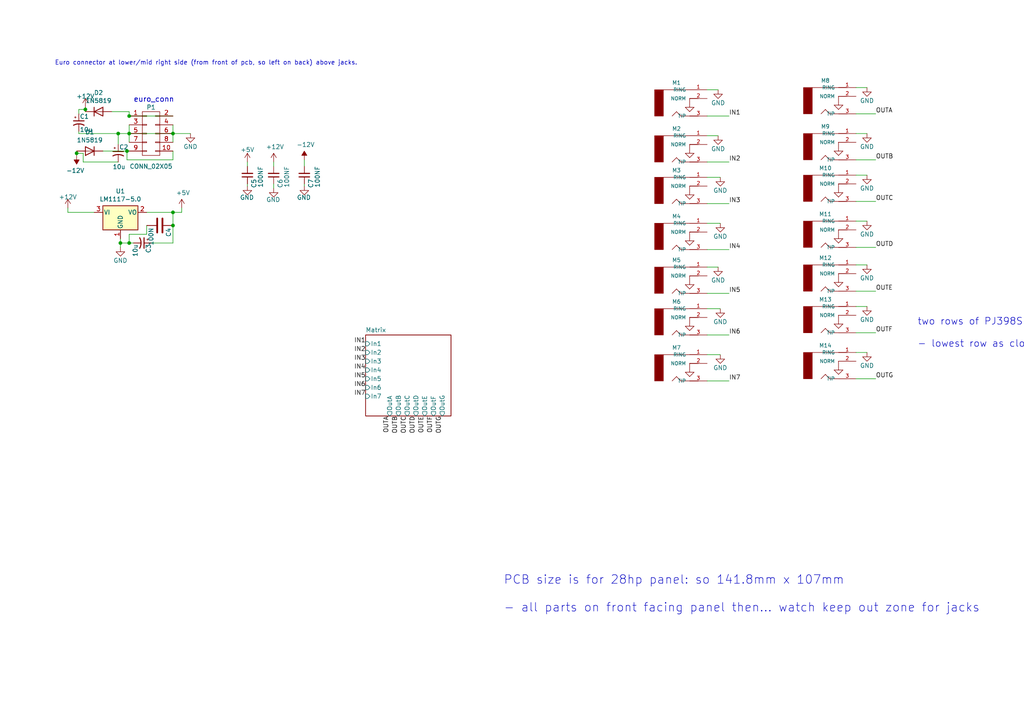
<source format=kicad_sch>
(kicad_sch
	(version 20231120)
	(generator "eeschema")
	(generator_version "8.0")
	(uuid "969ce5c5-3223-45f8-95e4-f6106c52b848")
	(paper "A4")
	(lib_symbols
		(symbol "Device:C_Small"
			(pin_numbers hide)
			(pin_names
				(offset 0.254) hide)
			(exclude_from_sim no)
			(in_bom yes)
			(on_board yes)
			(property "Reference" "C"
				(at 0.254 1.778 0)
				(effects
					(font
						(size 1.27 1.27)
					)
					(justify left)
				)
			)
			(property "Value" "C_Small"
				(at 0.254 -2.032 0)
				(effects
					(font
						(size 1.27 1.27)
					)
					(justify left)
				)
			)
			(property "Footprint" ""
				(at 0 0 0)
				(effects
					(font
						(size 1.27 1.27)
					)
					(hide yes)
				)
			)
			(property "Datasheet" "~"
				(at 0 0 0)
				(effects
					(font
						(size 1.27 1.27)
					)
					(hide yes)
				)
			)
			(property "Description" "Unpolarized capacitor, small symbol"
				(at 0 0 0)
				(effects
					(font
						(size 1.27 1.27)
					)
					(hide yes)
				)
			)
			(property "ki_keywords" "capacitor cap"
				(at 0 0 0)
				(effects
					(font
						(size 1.27 1.27)
					)
					(hide yes)
				)
			)
			(property "ki_fp_filters" "C_*"
				(at 0 0 0)
				(effects
					(font
						(size 1.27 1.27)
					)
					(hide yes)
				)
			)
			(symbol "C_Small_0_1"
				(polyline
					(pts
						(xy -1.524 -0.508) (xy 1.524 -0.508)
					)
					(stroke
						(width 0.3302)
						(type default)
					)
					(fill
						(type none)
					)
				)
				(polyline
					(pts
						(xy -1.524 0.508) (xy 1.524 0.508)
					)
					(stroke
						(width 0.3048)
						(type default)
					)
					(fill
						(type none)
					)
				)
			)
			(symbol "C_Small_1_1"
				(pin passive line
					(at 0 2.54 270)
					(length 2.032)
					(name "~"
						(effects
							(font
								(size 1.27 1.27)
							)
						)
					)
					(number "1"
						(effects
							(font
								(size 1.27 1.27)
							)
						)
					)
				)
				(pin passive line
					(at 0 -2.54 90)
					(length 2.032)
					(name "~"
						(effects
							(font
								(size 1.27 1.27)
							)
						)
					)
					(number "2"
						(effects
							(font
								(size 1.27 1.27)
							)
						)
					)
				)
			)
		)
		(symbol "Device:D"
			(pin_numbers hide)
			(pin_names
				(offset 1.016) hide)
			(exclude_from_sim no)
			(in_bom yes)
			(on_board yes)
			(property "Reference" "D"
				(at 0 2.54 0)
				(effects
					(font
						(size 1.27 1.27)
					)
				)
			)
			(property "Value" "D"
				(at 0 -2.54 0)
				(effects
					(font
						(size 1.27 1.27)
					)
				)
			)
			(property "Footprint" ""
				(at 0 0 0)
				(effects
					(font
						(size 1.27 1.27)
					)
					(hide yes)
				)
			)
			(property "Datasheet" "~"
				(at 0 0 0)
				(effects
					(font
						(size 1.27 1.27)
					)
					(hide yes)
				)
			)
			(property "Description" "Diode"
				(at 0 0 0)
				(effects
					(font
						(size 1.27 1.27)
					)
					(hide yes)
				)
			)
			(property "ki_keywords" "diode"
				(at 0 0 0)
				(effects
					(font
						(size 1.27 1.27)
					)
					(hide yes)
				)
			)
			(property "ki_fp_filters" "TO-???* *_Diode_* *SingleDiode* D_*"
				(at 0 0 0)
				(effects
					(font
						(size 1.27 1.27)
					)
					(hide yes)
				)
			)
			(symbol "D_0_1"
				(polyline
					(pts
						(xy -1.27 1.27) (xy -1.27 -1.27)
					)
					(stroke
						(width 0.254)
						(type default)
					)
					(fill
						(type none)
					)
				)
				(polyline
					(pts
						(xy 1.27 0) (xy -1.27 0)
					)
					(stroke
						(width 0)
						(type default)
					)
					(fill
						(type none)
					)
				)
				(polyline
					(pts
						(xy 1.27 1.27) (xy 1.27 -1.27) (xy -1.27 0) (xy 1.27 1.27)
					)
					(stroke
						(width 0.254)
						(type default)
					)
					(fill
						(type none)
					)
				)
			)
			(symbol "D_1_1"
				(pin passive line
					(at -3.81 0 0)
					(length 2.54)
					(name "K"
						(effects
							(font
								(size 1.27 1.27)
							)
						)
					)
					(number "1"
						(effects
							(font
								(size 1.27 1.27)
							)
						)
					)
				)
				(pin passive line
					(at 3.81 0 180)
					(length 2.54)
					(name "A"
						(effects
							(font
								(size 1.27 1.27)
							)
						)
					)
					(number "2"
						(effects
							(font
								(size 1.27 1.27)
							)
						)
					)
				)
			)
		)
		(symbol "Regulator_Linear:LM1117-3.3"
			(pin_names
				(offset 0.254)
			)
			(exclude_from_sim no)
			(in_bom yes)
			(on_board yes)
			(property "Reference" "U"
				(at -3.81 3.175 0)
				(effects
					(font
						(size 1.27 1.27)
					)
				)
			)
			(property "Value" "LM1117-3.3"
				(at 0 3.175 0)
				(effects
					(font
						(size 1.27 1.27)
					)
					(justify left)
				)
			)
			(property "Footprint" ""
				(at 0 0 0)
				(effects
					(font
						(size 1.27 1.27)
					)
					(hide yes)
				)
			)
			(property "Datasheet" "http://www.ti.com/lit/ds/symlink/lm1117.pdf"
				(at 0 0 0)
				(effects
					(font
						(size 1.27 1.27)
					)
					(hide yes)
				)
			)
			(property "Description" "800mA Low-Dropout Linear Regulator, 3.3V fixed output, TO-220/TO-252/TO-263/SOT-223"
				(at 0 0 0)
				(effects
					(font
						(size 1.27 1.27)
					)
					(hide yes)
				)
			)
			(property "ki_keywords" "linear regulator ldo fixed positive"
				(at 0 0 0)
				(effects
					(font
						(size 1.27 1.27)
					)
					(hide yes)
				)
			)
			(property "ki_fp_filters" "SOT?223* TO?263* TO?252* TO?220*"
				(at 0 0 0)
				(effects
					(font
						(size 1.27 1.27)
					)
					(hide yes)
				)
			)
			(symbol "LM1117-3.3_0_1"
				(rectangle
					(start -5.08 -5.08)
					(end 5.08 1.905)
					(stroke
						(width 0.254)
						(type default)
					)
					(fill
						(type background)
					)
				)
			)
			(symbol "LM1117-3.3_1_1"
				(pin power_in line
					(at 0 -7.62 90)
					(length 2.54)
					(name "GND"
						(effects
							(font
								(size 1.27 1.27)
							)
						)
					)
					(number "1"
						(effects
							(font
								(size 1.27 1.27)
							)
						)
					)
				)
				(pin power_out line
					(at 7.62 0 180)
					(length 2.54)
					(name "VO"
						(effects
							(font
								(size 1.27 1.27)
							)
						)
					)
					(number "2"
						(effects
							(font
								(size 1.27 1.27)
							)
						)
					)
				)
				(pin power_in line
					(at -7.62 0 0)
					(length 2.54)
					(name "VI"
						(effects
							(font
								(size 1.27 1.27)
							)
						)
					)
					(number "3"
						(effects
							(font
								(size 1.27 1.27)
							)
						)
					)
				)
			)
		)
		(symbol "allcolours-rescue:AUDIO-JACKERTHENVAR-PJ398"
			(pin_names
				(offset 1.016)
			)
			(exclude_from_sim no)
			(in_bom yes)
			(on_board yes)
			(property "Reference" "M?"
				(at -1.27 5.207 0)
				(effects
					(font
						(size 1.143 1.143)
					)
				)
			)
			(property "Value" "AUDIO-JACKERTHENVAR-PJ398"
				(at 0 0 0)
				(effects
					(font
						(size 1.143 1.143)
					)
					(justify left bottom)
					(hide yes)
				)
			)
			(property "Footprint" "erthenvar_ERTHENVAR-JACK"
				(at 0.762 3.81 0)
				(effects
					(font
						(size 0.508 0.508)
					)
					(hide yes)
				)
			)
			(property "Datasheet" ""
				(at 0 0 0)
				(effects
					(font
						(size 1.524 1.524)
					)
					(hide yes)
				)
			)
			(property "Description" ""
				(at 0 0 0)
				(effects
					(font
						(size 1.27 1.27)
					)
					(hide yes)
				)
			)
			(property "ki_locked" ""
				(at 0 0 0)
				(effects
					(font
						(size 1.27 1.27)
					)
				)
			)
			(property "ki_fp_filters" "*ERTHENVAR-JACK*"
				(at 0 0 0)
				(effects
					(font
						(size 1.27 1.27)
					)
					(hide yes)
				)
			)
			(symbol "AUDIO-JACKERTHENVAR-PJ398_1_0"
				(polyline
					(pts
						(xy -5.08 2.54) (xy 5.08 2.54)
					)
					(stroke
						(width 0)
						(type default)
					)
					(fill
						(type none)
					)
				)
				(polyline
					(pts
						(xy -2.54 -5.08) (xy -1.27 -3.81)
					)
					(stroke
						(width 0)
						(type default)
					)
					(fill
						(type none)
					)
				)
				(polyline
					(pts
						(xy -1.27 -3.81) (xy 0 -5.08)
					)
					(stroke
						(width 0)
						(type default)
					)
					(fill
						(type none)
					)
				)
				(polyline
					(pts
						(xy 0 -5.08) (xy 5.08 -5.08)
					)
					(stroke
						(width 0)
						(type default)
					)
					(fill
						(type none)
					)
				)
				(polyline
					(pts
						(xy 1.27 -2.54) (xy 2.54 -2.54)
					)
					(stroke
						(width 0)
						(type default)
					)
					(fill
						(type none)
					)
				)
				(polyline
					(pts
						(xy 2.54 -3.81) (xy 1.27 -2.54)
					)
					(stroke
						(width 0)
						(type default)
					)
					(fill
						(type none)
					)
				)
				(polyline
					(pts
						(xy 2.54 -2.54) (xy 2.54 0)
					)
					(stroke
						(width 0)
						(type default)
					)
					(fill
						(type none)
					)
				)
				(polyline
					(pts
						(xy 2.54 -2.54) (xy 3.81 -2.54)
					)
					(stroke
						(width 0)
						(type default)
					)
					(fill
						(type none)
					)
				)
				(polyline
					(pts
						(xy 3.81 -2.54) (xy 2.54 -3.81)
					)
					(stroke
						(width 0)
						(type default)
					)
					(fill
						(type none)
					)
				)
				(polyline
					(pts
						(xy 5.08 0) (xy 2.54 0)
					)
					(stroke
						(width 0)
						(type default)
					)
					(fill
						(type none)
					)
				)
			)
			(symbol "AUDIO-JACKERTHENVAR-PJ398_1_1"
				(rectangle
					(start -7.62 -5.08)
					(end -5.08 2.54)
					(stroke
						(width 0)
						(type default)
					)
					(fill
						(type outline)
					)
				)
				(pin bidirectional line
					(at 7.62 2.54 180)
					(length 5.08)
					(name "RING"
						(effects
							(font
								(size 1.016 1.016)
							)
						)
					)
					(number "1"
						(effects
							(font
								(size 1.016 1.016)
							)
						)
					)
				)
				(pin bidirectional line
					(at 7.62 0 180)
					(length 5.08)
					(name "NORM"
						(effects
							(font
								(size 1.016 1.016)
							)
						)
					)
					(number "2"
						(effects
							(font
								(size 1.016 1.016)
							)
						)
					)
				)
				(pin bidirectional line
					(at 7.62 -5.08 180)
					(length 5.08)
					(name "TIP"
						(effects
							(font
								(size 1.016 1.016)
							)
						)
					)
					(number "3"
						(effects
							(font
								(size 1.016 1.016)
							)
						)
					)
				)
			)
		)
		(symbol "allcolours-rescue:C-device-allcolours-rescue"
			(pin_numbers hide)
			(pin_names
				(offset 0.254)
			)
			(exclude_from_sim no)
			(in_bom yes)
			(on_board yes)
			(property "Reference" "C"
				(at 0.635 2.54 0)
				(effects
					(font
						(size 1.27 1.27)
					)
					(justify left)
				)
			)
			(property "Value" "C-device-allcolours-rescue"
				(at 0.635 -2.54 0)
				(effects
					(font
						(size 1.27 1.27)
					)
					(justify left)
				)
			)
			(property "Footprint" ""
				(at 0.9652 -3.81 0)
				(effects
					(font
						(size 1.27 1.27)
					)
					(hide yes)
				)
			)
			(property "Datasheet" ""
				(at 0 0 0)
				(effects
					(font
						(size 1.27 1.27)
					)
					(hide yes)
				)
			)
			(property "Description" ""
				(at 0 0 0)
				(effects
					(font
						(size 1.27 1.27)
					)
					(hide yes)
				)
			)
			(property "ki_fp_filters" "C_*"
				(at 0 0 0)
				(effects
					(font
						(size 1.27 1.27)
					)
					(hide yes)
				)
			)
			(symbol "C-device-allcolours-rescue_0_1"
				(polyline
					(pts
						(xy -2.032 -0.762) (xy 2.032 -0.762)
					)
					(stroke
						(width 0.508)
						(type default)
					)
					(fill
						(type none)
					)
				)
				(polyline
					(pts
						(xy -2.032 0.762) (xy 2.032 0.762)
					)
					(stroke
						(width 0.508)
						(type default)
					)
					(fill
						(type none)
					)
				)
			)
			(symbol "C-device-allcolours-rescue_1_1"
				(pin passive line
					(at 0 3.81 270)
					(length 2.794)
					(name "~"
						(effects
							(font
								(size 1.27 1.27)
							)
						)
					)
					(number "1"
						(effects
							(font
								(size 1.27 1.27)
							)
						)
					)
				)
				(pin passive line
					(at 0 -3.81 90)
					(length 2.794)
					(name "~"
						(effects
							(font
								(size 1.27 1.27)
							)
						)
					)
					(number "2"
						(effects
							(font
								(size 1.27 1.27)
							)
						)
					)
				)
			)
		)
		(symbol "allcolours-rescue:CP1_Small-device-allcolours-rescue"
			(pin_numbers hide)
			(pin_names
				(offset 0.254) hide)
			(exclude_from_sim no)
			(in_bom yes)
			(on_board yes)
			(property "Reference" "C"
				(at 0.254 1.778 0)
				(effects
					(font
						(size 1.27 1.27)
					)
					(justify left)
				)
			)
			(property "Value" "CP1_Small-device-allcolours-rescue"
				(at 0.254 -2.032 0)
				(effects
					(font
						(size 1.27 1.27)
					)
					(justify left)
				)
			)
			(property "Footprint" ""
				(at 0 0 0)
				(effects
					(font
						(size 1.27 1.27)
					)
					(hide yes)
				)
			)
			(property "Datasheet" ""
				(at 0 0 0)
				(effects
					(font
						(size 1.27 1.27)
					)
					(hide yes)
				)
			)
			(property "Description" ""
				(at 0 0 0)
				(effects
					(font
						(size 1.27 1.27)
					)
					(hide yes)
				)
			)
			(property "ki_fp_filters" "CP_*"
				(at 0 0 0)
				(effects
					(font
						(size 1.27 1.27)
					)
					(hide yes)
				)
			)
			(symbol "CP1_Small-device-allcolours-rescue_0_1"
				(polyline
					(pts
						(xy -1.524 0.508) (xy 1.524 0.508)
					)
					(stroke
						(width 0.3048)
						(type default)
					)
					(fill
						(type none)
					)
				)
				(polyline
					(pts
						(xy -1.27 1.524) (xy -0.762 1.524)
					)
					(stroke
						(width 0)
						(type default)
					)
					(fill
						(type none)
					)
				)
				(polyline
					(pts
						(xy -1.016 1.27) (xy -1.016 1.778)
					)
					(stroke
						(width 0)
						(type default)
					)
					(fill
						(type none)
					)
				)
				(arc
					(start 1.524 -0.762)
					(mid 0 -0.3734)
					(end -1.524 -0.762)
					(stroke
						(width 0.3048)
						(type default)
					)
					(fill
						(type none)
					)
				)
			)
			(symbol "CP1_Small-device-allcolours-rescue_1_1"
				(pin passive line
					(at 0 2.54 270)
					(length 2.032)
					(name "~"
						(effects
							(font
								(size 1.27 1.27)
							)
						)
					)
					(number "1"
						(effects
							(font
								(size 1.27 1.27)
							)
						)
					)
				)
				(pin passive line
					(at 0 -2.54 90)
					(length 2.032)
					(name "~"
						(effects
							(font
								(size 1.27 1.27)
							)
						)
					)
					(number "2"
						(effects
							(font
								(size 1.27 1.27)
							)
						)
					)
				)
			)
		)
		(symbol "allcolours-rescue:GND-power-allcolours-rescue"
			(power)
			(pin_names
				(offset 0)
			)
			(exclude_from_sim no)
			(in_bom yes)
			(on_board yes)
			(property "Reference" "#PWR"
				(at 0 -6.35 0)
				(effects
					(font
						(size 1.27 1.27)
					)
					(hide yes)
				)
			)
			(property "Value" "GND-power-allcolours-rescue"
				(at 0 -3.81 0)
				(effects
					(font
						(size 1.27 1.27)
					)
				)
			)
			(property "Footprint" ""
				(at 0 0 0)
				(effects
					(font
						(size 1.27 1.27)
					)
					(hide yes)
				)
			)
			(property "Datasheet" ""
				(at 0 0 0)
				(effects
					(font
						(size 1.27 1.27)
					)
					(hide yes)
				)
			)
			(property "Description" ""
				(at 0 0 0)
				(effects
					(font
						(size 1.27 1.27)
					)
					(hide yes)
				)
			)
			(symbol "GND-power-allcolours-rescue_0_1"
				(polyline
					(pts
						(xy 0 0) (xy 0 -1.27) (xy 1.27 -1.27) (xy 0 -2.54) (xy -1.27 -1.27) (xy 0 -1.27)
					)
					(stroke
						(width 0)
						(type default)
					)
					(fill
						(type none)
					)
				)
			)
			(symbol "GND-power-allcolours-rescue_1_1"
				(pin power_in line
					(at 0 0 270)
					(length 0) hide
					(name "GND"
						(effects
							(font
								(size 1.27 1.27)
							)
						)
					)
					(number "1"
						(effects
							(font
								(size 1.27 1.27)
							)
						)
					)
				)
			)
		)
		(symbol "power:+12V"
			(power)
			(pin_names
				(offset 0)
			)
			(exclude_from_sim no)
			(in_bom yes)
			(on_board yes)
			(property "Reference" "#PWR"
				(at 0 -3.81 0)
				(effects
					(font
						(size 1.27 1.27)
					)
					(hide yes)
				)
			)
			(property "Value" "+12V"
				(at 0 3.556 0)
				(effects
					(font
						(size 1.27 1.27)
					)
				)
			)
			(property "Footprint" ""
				(at 0 0 0)
				(effects
					(font
						(size 1.27 1.27)
					)
					(hide yes)
				)
			)
			(property "Datasheet" ""
				(at 0 0 0)
				(effects
					(font
						(size 1.27 1.27)
					)
					(hide yes)
				)
			)
			(property "Description" "Power symbol creates a global label with name \"+12V\""
				(at 0 0 0)
				(effects
					(font
						(size 1.27 1.27)
					)
					(hide yes)
				)
			)
			(property "ki_keywords" "power-flag"
				(at 0 0 0)
				(effects
					(font
						(size 1.27 1.27)
					)
					(hide yes)
				)
			)
			(symbol "+12V_0_1"
				(polyline
					(pts
						(xy -0.762 1.27) (xy 0 2.54)
					)
					(stroke
						(width 0)
						(type default)
					)
					(fill
						(type none)
					)
				)
				(polyline
					(pts
						(xy 0 0) (xy 0 2.54)
					)
					(stroke
						(width 0)
						(type default)
					)
					(fill
						(type none)
					)
				)
				(polyline
					(pts
						(xy 0 2.54) (xy 0.762 1.27)
					)
					(stroke
						(width 0)
						(type default)
					)
					(fill
						(type none)
					)
				)
			)
			(symbol "+12V_1_1"
				(pin power_in line
					(at 0 0 90)
					(length 0) hide
					(name "+12V"
						(effects
							(font
								(size 1.27 1.27)
							)
						)
					)
					(number "1"
						(effects
							(font
								(size 1.27 1.27)
							)
						)
					)
				)
			)
		)
		(symbol "power:+5V"
			(power)
			(pin_names
				(offset 0)
			)
			(exclude_from_sim no)
			(in_bom yes)
			(on_board yes)
			(property "Reference" "#PWR"
				(at 0 -3.81 0)
				(effects
					(font
						(size 1.27 1.27)
					)
					(hide yes)
				)
			)
			(property "Value" "+5V"
				(at 0 3.556 0)
				(effects
					(font
						(size 1.27 1.27)
					)
				)
			)
			(property "Footprint" ""
				(at 0 0 0)
				(effects
					(font
						(size 1.27 1.27)
					)
					(hide yes)
				)
			)
			(property "Datasheet" ""
				(at 0 0 0)
				(effects
					(font
						(size 1.27 1.27)
					)
					(hide yes)
				)
			)
			(property "Description" "Power symbol creates a global label with name \"+5V\""
				(at 0 0 0)
				(effects
					(font
						(size 1.27 1.27)
					)
					(hide yes)
				)
			)
			(property "ki_keywords" "power-flag"
				(at 0 0 0)
				(effects
					(font
						(size 1.27 1.27)
					)
					(hide yes)
				)
			)
			(symbol "+5V_0_1"
				(polyline
					(pts
						(xy -0.762 1.27) (xy 0 2.54)
					)
					(stroke
						(width 0)
						(type default)
					)
					(fill
						(type none)
					)
				)
				(polyline
					(pts
						(xy 0 0) (xy 0 2.54)
					)
					(stroke
						(width 0)
						(type default)
					)
					(fill
						(type none)
					)
				)
				(polyline
					(pts
						(xy 0 2.54) (xy 0.762 1.27)
					)
					(stroke
						(width 0)
						(type default)
					)
					(fill
						(type none)
					)
				)
			)
			(symbol "+5V_1_1"
				(pin power_in line
					(at 0 0 90)
					(length 0) hide
					(name "+5V"
						(effects
							(font
								(size 1.27 1.27)
							)
						)
					)
					(number "1"
						(effects
							(font
								(size 1.27 1.27)
							)
						)
					)
				)
			)
		)
		(symbol "power:-12V"
			(power)
			(pin_names
				(offset 0)
			)
			(exclude_from_sim no)
			(in_bom yes)
			(on_board yes)
			(property "Reference" "#PWR"
				(at 0 2.54 0)
				(effects
					(font
						(size 1.27 1.27)
					)
					(hide yes)
				)
			)
			(property "Value" "-12V"
				(at 0 3.81 0)
				(effects
					(font
						(size 1.27 1.27)
					)
				)
			)
			(property "Footprint" ""
				(at 0 0 0)
				(effects
					(font
						(size 1.27 1.27)
					)
					(hide yes)
				)
			)
			(property "Datasheet" ""
				(at 0 0 0)
				(effects
					(font
						(size 1.27 1.27)
					)
					(hide yes)
				)
			)
			(property "Description" "Power symbol creates a global label with name \"-12V\""
				(at 0 0 0)
				(effects
					(font
						(size 1.27 1.27)
					)
					(hide yes)
				)
			)
			(property "ki_keywords" "power-flag"
				(at 0 0 0)
				(effects
					(font
						(size 1.27 1.27)
					)
					(hide yes)
				)
			)
			(symbol "-12V_0_0"
				(pin power_in line
					(at 0 0 90)
					(length 0) hide
					(name "-12V"
						(effects
							(font
								(size 1.27 1.27)
							)
						)
					)
					(number "1"
						(effects
							(font
								(size 1.27 1.27)
							)
						)
					)
				)
			)
			(symbol "-12V_0_1"
				(polyline
					(pts
						(xy 0 0) (xy 0 1.27) (xy 0.762 1.27) (xy 0 2.54) (xy -0.762 1.27) (xy 0 1.27)
					)
					(stroke
						(width 0)
						(type default)
					)
					(fill
						(type outline)
					)
				)
			)
		)
		(symbol "power:GND"
			(power)
			(pin_names
				(offset 0)
			)
			(exclude_from_sim no)
			(in_bom yes)
			(on_board yes)
			(property "Reference" "#PWR"
				(at 0 -6.35 0)
				(effects
					(font
						(size 1.27 1.27)
					)
					(hide yes)
				)
			)
			(property "Value" "GND"
				(at 0 -3.81 0)
				(effects
					(font
						(size 1.27 1.27)
					)
				)
			)
			(property "Footprint" ""
				(at 0 0 0)
				(effects
					(font
						(size 1.27 1.27)
					)
					(hide yes)
				)
			)
			(property "Datasheet" ""
				(at 0 0 0)
				(effects
					(font
						(size 1.27 1.27)
					)
					(hide yes)
				)
			)
			(property "Description" "Power symbol creates a global label with name \"GND\" , ground"
				(at 0 0 0)
				(effects
					(font
						(size 1.27 1.27)
					)
					(hide yes)
				)
			)
			(property "ki_keywords" "power-flag"
				(at 0 0 0)
				(effects
					(font
						(size 1.27 1.27)
					)
					(hide yes)
				)
			)
			(symbol "GND_0_1"
				(polyline
					(pts
						(xy 0 0) (xy 0 -1.27) (xy 1.27 -1.27) (xy 0 -2.54) (xy -1.27 -1.27) (xy 0 -1.27)
					)
					(stroke
						(width 0)
						(type default)
					)
					(fill
						(type none)
					)
				)
			)
			(symbol "GND_1_1"
				(pin power_in line
					(at 0 0 270)
					(length 0) hide
					(name "GND"
						(effects
							(font
								(size 1.27 1.27)
							)
						)
					)
					(number "1"
						(effects
							(font
								(size 1.27 1.27)
							)
						)
					)
				)
			)
		)
		(symbol "toad2-rescue:+12V-power-allcolours_analogue-rescue"
			(power)
			(pin_names
				(offset 0)
			)
			(exclude_from_sim no)
			(in_bom yes)
			(on_board yes)
			(property "Reference" "#PWR"
				(at 0 -3.81 0)
				(effects
					(font
						(size 1.27 1.27)
					)
					(hide yes)
				)
			)
			(property "Value" "+12V-power-allcolours_analogue-rescue"
				(at 0 3.556 0)
				(effects
					(font
						(size 1.27 1.27)
					)
				)
			)
			(property "Footprint" ""
				(at 0 0 0)
				(effects
					(font
						(size 1.27 1.27)
					)
					(hide yes)
				)
			)
			(property "Datasheet" ""
				(at 0 0 0)
				(effects
					(font
						(size 1.27 1.27)
					)
					(hide yes)
				)
			)
			(property "Description" ""
				(at 0 0 0)
				(effects
					(font
						(size 1.27 1.27)
					)
					(hide yes)
				)
			)
			(symbol "+12V-power-allcolours_analogue-rescue_0_1"
				(polyline
					(pts
						(xy -0.762 1.27) (xy 0 2.54)
					)
					(stroke
						(width 0)
						(type default)
					)
					(fill
						(type none)
					)
				)
				(polyline
					(pts
						(xy 0 0) (xy 0 2.54)
					)
					(stroke
						(width 0)
						(type default)
					)
					(fill
						(type none)
					)
				)
				(polyline
					(pts
						(xy 0 2.54) (xy 0.762 1.27)
					)
					(stroke
						(width 0)
						(type default)
					)
					(fill
						(type none)
					)
				)
			)
			(symbol "+12V-power-allcolours_analogue-rescue_1_1"
				(pin power_in line
					(at 0 0 90)
					(length 0) hide
					(name "+12V"
						(effects
							(font
								(size 1.27 1.27)
							)
						)
					)
					(number "1"
						(effects
							(font
								(size 1.27 1.27)
							)
						)
					)
				)
			)
		)
		(symbol "toad2-rescue:CONN_02X05-allcolours-rescue-allcolours_analogue-rescue"
			(pin_names
				(offset 0.0254) hide)
			(exclude_from_sim no)
			(in_bom yes)
			(on_board yes)
			(property "Reference" "J"
				(at 0 7.62 0)
				(effects
					(font
						(size 1.27 1.27)
					)
				)
			)
			(property "Value" "CONN_02X05-allcolours-rescue-allcolours_analogue-rescue"
				(at 0 -7.62 0)
				(effects
					(font
						(size 1.27 1.27)
					)
				)
			)
			(property "Footprint" ""
				(at 0 -30.48 0)
				(effects
					(font
						(size 1.27 1.27)
					)
					(hide yes)
				)
			)
			(property "Datasheet" ""
				(at 0 -30.48 0)
				(effects
					(font
						(size 1.27 1.27)
					)
					(hide yes)
				)
			)
			(property "Description" ""
				(at 0 0 0)
				(effects
					(font
						(size 1.27 1.27)
					)
					(hide yes)
				)
			)
			(property "ki_fp_filters" "Pin_Header_Straight_2X* Pin_Header_Angled_2X* Socket_Strip_Straight_2X* Socket_Strip_Angled_2X* IDC_Header_Straight_*"
				(at 0 0 0)
				(effects
					(font
						(size 1.27 1.27)
					)
					(hide yes)
				)
			)
			(symbol "CONN_02X05-allcolours-rescue-allcolours_analogue-rescue_0_1"
				(rectangle
					(start -2.54 -4.953)
					(end -1.27 -5.207)
					(stroke
						(width 0)
						(type default)
					)
					(fill
						(type none)
					)
				)
				(rectangle
					(start -2.54 -2.413)
					(end -1.27 -2.667)
					(stroke
						(width 0)
						(type default)
					)
					(fill
						(type none)
					)
				)
				(rectangle
					(start -2.54 0.127)
					(end -1.27 -0.127)
					(stroke
						(width 0)
						(type default)
					)
					(fill
						(type none)
					)
				)
				(rectangle
					(start -2.54 2.667)
					(end -1.27 2.413)
					(stroke
						(width 0)
						(type default)
					)
					(fill
						(type none)
					)
				)
				(rectangle
					(start -2.54 5.207)
					(end -1.27 4.953)
					(stroke
						(width 0)
						(type default)
					)
					(fill
						(type none)
					)
				)
				(rectangle
					(start -2.54 6.35)
					(end 2.54 -6.35)
					(stroke
						(width 0)
						(type default)
					)
					(fill
						(type none)
					)
				)
				(rectangle
					(start 1.27 -4.953)
					(end 2.54 -5.207)
					(stroke
						(width 0)
						(type default)
					)
					(fill
						(type none)
					)
				)
				(rectangle
					(start 1.27 -2.413)
					(end 2.54 -2.667)
					(stroke
						(width 0)
						(type default)
					)
					(fill
						(type none)
					)
				)
				(rectangle
					(start 1.27 0.127)
					(end 2.54 -0.127)
					(stroke
						(width 0)
						(type default)
					)
					(fill
						(type none)
					)
				)
				(rectangle
					(start 1.27 2.667)
					(end 2.54 2.413)
					(stroke
						(width 0)
						(type default)
					)
					(fill
						(type none)
					)
				)
				(rectangle
					(start 1.27 5.207)
					(end 2.54 4.953)
					(stroke
						(width 0)
						(type default)
					)
					(fill
						(type none)
					)
				)
			)
			(symbol "CONN_02X05-allcolours-rescue-allcolours_analogue-rescue_1_1"
				(pin passive line
					(at -6.35 5.08 0)
					(length 3.81)
					(name "P1"
						(effects
							(font
								(size 1.27 1.27)
							)
						)
					)
					(number "1"
						(effects
							(font
								(size 1.27 1.27)
							)
						)
					)
				)
				(pin passive line
					(at 6.35 -5.08 180)
					(length 3.81)
					(name "P10"
						(effects
							(font
								(size 1.27 1.27)
							)
						)
					)
					(number "10"
						(effects
							(font
								(size 1.27 1.27)
							)
						)
					)
				)
				(pin passive line
					(at 6.35 5.08 180)
					(length 3.81)
					(name "P2"
						(effects
							(font
								(size 1.27 1.27)
							)
						)
					)
					(number "2"
						(effects
							(font
								(size 1.27 1.27)
							)
						)
					)
				)
				(pin passive line
					(at -6.35 2.54 0)
					(length 3.81)
					(name "P3"
						(effects
							(font
								(size 1.27 1.27)
							)
						)
					)
					(number "3"
						(effects
							(font
								(size 1.27 1.27)
							)
						)
					)
				)
				(pin passive line
					(at 6.35 2.54 180)
					(length 3.81)
					(name "P4"
						(effects
							(font
								(size 1.27 1.27)
							)
						)
					)
					(number "4"
						(effects
							(font
								(size 1.27 1.27)
							)
						)
					)
				)
				(pin passive line
					(at -6.35 0 0)
					(length 3.81)
					(name "P5"
						(effects
							(font
								(size 1.27 1.27)
							)
						)
					)
					(number "5"
						(effects
							(font
								(size 1.27 1.27)
							)
						)
					)
				)
				(pin passive line
					(at 6.35 0 180)
					(length 3.81)
					(name "P6"
						(effects
							(font
								(size 1.27 1.27)
							)
						)
					)
					(number "6"
						(effects
							(font
								(size 1.27 1.27)
							)
						)
					)
				)
				(pin passive line
					(at -6.35 -2.54 0)
					(length 3.81)
					(name "P7"
						(effects
							(font
								(size 1.27 1.27)
							)
						)
					)
					(number "7"
						(effects
							(font
								(size 1.27 1.27)
							)
						)
					)
				)
				(pin passive line
					(at 6.35 -2.54 180)
					(length 3.81)
					(name "P8"
						(effects
							(font
								(size 1.27 1.27)
							)
						)
					)
					(number "8"
						(effects
							(font
								(size 1.27 1.27)
							)
						)
					)
				)
				(pin passive line
					(at -6.35 -5.08 0)
					(length 3.81)
					(name "P9"
						(effects
							(font
								(size 1.27 1.27)
							)
						)
					)
					(number "9"
						(effects
							(font
								(size 1.27 1.27)
							)
						)
					)
				)
			)
		)
		(symbol "toad2-rescue:CP1_Small-device-allcolours_analogue-rescue"
			(pin_numbers hide)
			(pin_names
				(offset 0.254) hide)
			(exclude_from_sim no)
			(in_bom yes)
			(on_board yes)
			(property "Reference" "C"
				(at 0.254 1.778 0)
				(effects
					(font
						(size 1.27 1.27)
					)
					(justify left)
				)
			)
			(property "Value" "CP1_Small-device-allcolours_analogue-rescue"
				(at 0.254 -2.032 0)
				(effects
					(font
						(size 1.27 1.27)
					)
					(justify left)
				)
			)
			(property "Footprint" ""
				(at 0 0 0)
				(effects
					(font
						(size 1.27 1.27)
					)
					(hide yes)
				)
			)
			(property "Datasheet" ""
				(at 0 0 0)
				(effects
					(font
						(size 1.27 1.27)
					)
					(hide yes)
				)
			)
			(property "Description" ""
				(at 0 0 0)
				(effects
					(font
						(size 1.27 1.27)
					)
					(hide yes)
				)
			)
			(property "ki_fp_filters" "CP_*"
				(at 0 0 0)
				(effects
					(font
						(size 1.27 1.27)
					)
					(hide yes)
				)
			)
			(symbol "CP1_Small-device-allcolours_analogue-rescue_0_1"
				(polyline
					(pts
						(xy -1.524 0.508) (xy 1.524 0.508)
					)
					(stroke
						(width 0.3048)
						(type default)
					)
					(fill
						(type none)
					)
				)
				(polyline
					(pts
						(xy -1.27 1.524) (xy -0.762 1.524)
					)
					(stroke
						(width 0)
						(type default)
					)
					(fill
						(type none)
					)
				)
				(polyline
					(pts
						(xy -1.016 1.27) (xy -1.016 1.778)
					)
					(stroke
						(width 0)
						(type default)
					)
					(fill
						(type none)
					)
				)
				(arc
					(start 1.524 -0.762)
					(mid 0 -0.3734)
					(end -1.524 -0.762)
					(stroke
						(width 0.3048)
						(type default)
					)
					(fill
						(type none)
					)
				)
			)
			(symbol "CP1_Small-device-allcolours_analogue-rescue_1_1"
				(pin passive line
					(at 0 2.54 270)
					(length 2.032)
					(name "~"
						(effects
							(font
								(size 1.27 1.27)
							)
						)
					)
					(number "1"
						(effects
							(font
								(size 1.27 1.27)
							)
						)
					)
				)
				(pin passive line
					(at 0 -2.54 90)
					(length 2.032)
					(name "~"
						(effects
							(font
								(size 1.27 1.27)
							)
						)
					)
					(number "2"
						(effects
							(font
								(size 1.27 1.27)
							)
						)
					)
				)
			)
		)
		(symbol "toad2-rescue:GND-power-allcolours_analogue-rescue"
			(power)
			(pin_names
				(offset 0)
			)
			(exclude_from_sim no)
			(in_bom yes)
			(on_board yes)
			(property "Reference" "#PWR"
				(at 0 -6.35 0)
				(effects
					(font
						(size 1.27 1.27)
					)
					(hide yes)
				)
			)
			(property "Value" "GND-power-allcolours_analogue-rescue"
				(at 0 -3.81 0)
				(effects
					(font
						(size 1.27 1.27)
					)
				)
			)
			(property "Footprint" ""
				(at 0 0 0)
				(effects
					(font
						(size 1.27 1.27)
					)
					(hide yes)
				)
			)
			(property "Datasheet" ""
				(at 0 0 0)
				(effects
					(font
						(size 1.27 1.27)
					)
					(hide yes)
				)
			)
			(property "Description" ""
				(at 0 0 0)
				(effects
					(font
						(size 1.27 1.27)
					)
					(hide yes)
				)
			)
			(symbol "GND-power-allcolours_analogue-rescue_0_1"
				(polyline
					(pts
						(xy 0 0) (xy 0 -1.27) (xy 1.27 -1.27) (xy 0 -2.54) (xy -1.27 -1.27) (xy 0 -1.27)
					)
					(stroke
						(width 0)
						(type default)
					)
					(fill
						(type none)
					)
				)
			)
			(symbol "GND-power-allcolours_analogue-rescue_1_1"
				(pin power_in line
					(at 0 0 270)
					(length 0) hide
					(name "GND"
						(effects
							(font
								(size 1.27 1.27)
							)
						)
					)
					(number "1"
						(effects
							(font
								(size 1.27 1.27)
							)
						)
					)
				)
			)
		)
	)
	(junction
		(at 34.925 70.485)
		(diameter 0)
		(color 0 0 0 0)
		(uuid "231dd7bc-91d3-481c-b1e3-cf1768308c39")
	)
	(junction
		(at 34.29 38.735)
		(diameter 0)
		(color 0 0 0 0)
		(uuid "3c65b3a8-fd8e-47ee-af95-05252d92fa5b")
	)
	(junction
		(at 22.225 44.45)
		(diameter 0)
		(color 0 0 0 0)
		(uuid "512053dd-db52-4548-9ccf-e837de067ef7")
	)
	(junction
		(at 36.83 43.815)
		(diameter 0)
		(color 0 0 0 0)
		(uuid "7f04360e-2939-431f-9261-b13835c30df5")
	)
	(junction
		(at 24.765 31.75)
		(diameter 0)
		(color 0 0 0 0)
		(uuid "b6a6d860-a103-4ec8-9a28-50cc530125c3")
	)
	(junction
		(at 50.165 61.595)
		(diameter 0)
		(color 0 0 0 0)
		(uuid "ba51aa1c-3565-40a0-8755-631e614b6ef7")
	)
	(junction
		(at 50.165 38.735)
		(diameter 0)
		(color 0 0 0 0)
		(uuid "c1b5d833-a4a9-49d5-ab95-2739b1868722")
	)
	(junction
		(at 37.465 38.735)
		(diameter 0)
		(color 0 0 0 0)
		(uuid "ca4fec4e-d794-429e-907e-ab2de082f677")
	)
	(junction
		(at 37.465 33.655)
		(diameter 0)
		(color 0 0 0 0)
		(uuid "dc62f663-f497-43dc-bf11-ef9c7457ac4d")
	)
	(junction
		(at 37.465 70.485)
		(diameter 0)
		(color 0 0 0 0)
		(uuid "e138ba4f-39a2-4a2f-956b-bb5456b06d92")
	)
	(junction
		(at 50.165 65.405)
		(diameter 0)
		(color 0 0 0 0)
		(uuid "fa508541-18bc-4744-9ee1-8bb853450d09")
	)
	(wire
		(pts
			(xy 88.265 46.355) (xy 88.265 48.26)
		)
		(stroke
			(width 0)
			(type default)
		)
		(uuid "00cef954-f6ba-42c2-a279-8e19ac9b66df")
	)
	(wire
		(pts
			(xy 88.265 53.34) (xy 88.265 53.975)
		)
		(stroke
			(width 0)
			(type default)
		)
		(uuid "034290a8-4354-4cca-92f9-48579e6d0155")
	)
	(wire
		(pts
			(xy 248.285 102.235) (xy 251.46 102.235)
		)
		(stroke
			(width 0)
			(type default)
		)
		(uuid "0504627f-b0a4-4e40-bcf3-4205001d8744")
	)
	(wire
		(pts
			(xy 248.285 46.355) (xy 254 46.355)
		)
		(stroke
			(width 0)
			(type default)
		)
		(uuid "0b4a9aec-1d36-435c-900c-7508ad722fda")
	)
	(wire
		(pts
			(xy 71.755 46.99) (xy 71.755 48.26)
		)
		(stroke
			(width 0)
			(type default)
		)
		(uuid "0e04fd36-65da-4c42-944d-acb5603b1471")
	)
	(wire
		(pts
			(xy 248.285 76.835) (xy 251.46 76.835)
		)
		(stroke
			(width 0)
			(type default)
		)
		(uuid "0e6a128c-a291-41d3-8f14-6f6955bf0629")
	)
	(wire
		(pts
			(xy 248.285 96.52) (xy 254 96.52)
		)
		(stroke
			(width 0)
			(type default)
		)
		(uuid "106fa1a9-b917-45a5-99fa-61b97e1c59b5")
	)
	(wire
		(pts
			(xy 19.685 61.595) (xy 27.305 61.595)
		)
		(stroke
			(width 0)
			(type default)
		)
		(uuid "1618e8e2-04de-4a98-897c-0d5c9e69d327")
	)
	(wire
		(pts
			(xy 42.545 61.595) (xy 50.165 61.595)
		)
		(stroke
			(width 0)
			(type default)
		)
		(uuid "1b86659b-1789-44a3-91c3-28babad30849")
	)
	(wire
		(pts
			(xy 79.375 53.34) (xy 79.375 54.61)
		)
		(stroke
			(width 0)
			(type default)
		)
		(uuid "1c37582f-1c8c-4165-8585-d462707b7ff7")
	)
	(wire
		(pts
			(xy 205.105 26.035) (xy 208.28 26.035)
		)
		(stroke
			(width 0)
			(type default)
		)
		(uuid "1ed25092-2ea9-4479-98f2-930bd12590b0")
	)
	(wire
		(pts
			(xy 22.86 38.1) (xy 22.86 38.735)
		)
		(stroke
			(width 0)
			(type default)
		)
		(uuid "23c8eee5-1144-4e74-8c6e-3942c23122a4")
	)
	(wire
		(pts
			(xy 50.165 46.355) (xy 36.83 46.355)
		)
		(stroke
			(width 0)
			(type default)
		)
		(uuid "26546544-523f-4820-8783-ee82c6c7608a")
	)
	(wire
		(pts
			(xy 37.465 70.485) (xy 38.735 70.485)
		)
		(stroke
			(width 0)
			(type default)
		)
		(uuid "27f2a8e4-4364-4fa0-b26e-3324f19835db")
	)
	(wire
		(pts
			(xy 19.685 61.595) (xy 19.685 60.325)
		)
		(stroke
			(width 0)
			(type default)
		)
		(uuid "290559fc-e4cf-457e-8266-64c90a65acda")
	)
	(wire
		(pts
			(xy 248.285 38.735) (xy 251.46 38.735)
		)
		(stroke
			(width 0)
			(type default)
		)
		(uuid "2e3eca6c-f679-46d2-bb7d-389a1ea71062")
	)
	(wire
		(pts
			(xy 22.86 38.735) (xy 34.29 38.735)
		)
		(stroke
			(width 0)
			(type default)
		)
		(uuid "323a1503-41ab-442a-bc30-d253dcbcba75")
	)
	(wire
		(pts
			(xy 34.925 70.485) (xy 37.465 70.485)
		)
		(stroke
			(width 0)
			(type default)
		)
		(uuid "353cf2ef-4ed0-41c5-adf5-1bfe04645c9e")
	)
	(wire
		(pts
			(xy 205.105 72.39) (xy 211.455 72.39)
		)
		(stroke
			(width 0)
			(type default)
		)
		(uuid "3af8cb8f-100a-473a-b199-0e84c1776773")
	)
	(wire
		(pts
			(xy 205.105 110.49) (xy 211.455 110.49)
		)
		(stroke
			(width 0)
			(type default)
		)
		(uuid "3b6e38e5-71b1-4051-b677-b93e50ee17b6")
	)
	(wire
		(pts
			(xy 248.285 88.9) (xy 251.46 88.9)
		)
		(stroke
			(width 0)
			(type default)
		)
		(uuid "3bb5341f-2569-4a9c-9c98-73086c08b7f9")
	)
	(wire
		(pts
			(xy 248.285 25.4) (xy 251.46 25.4)
		)
		(stroke
			(width 0)
			(type default)
		)
		(uuid "3bf8b686-88af-4182-9aec-88fd412afd36")
	)
	(wire
		(pts
			(xy 42.545 67.945) (xy 42.545 65.405)
		)
		(stroke
			(width 0)
			(type default)
		)
		(uuid "3f385d46-b8c7-4a3a-8e2b-8eed8715f341")
	)
	(wire
		(pts
			(xy 24.13 46.99) (xy 24.13 44.45)
		)
		(stroke
			(width 0)
			(type default)
		)
		(uuid "4cd71967-b706-4e2f-927b-24d03f537079")
	)
	(wire
		(pts
			(xy 36.83 43.815) (xy 37.465 43.815)
		)
		(stroke
			(width 0)
			(type default)
		)
		(uuid "4d7fd714-64da-4f36-bef2-dc7384536d24")
	)
	(wire
		(pts
			(xy 50.165 61.595) (xy 50.165 65.405)
		)
		(stroke
			(width 0)
			(type default)
		)
		(uuid "53b7986a-6ab6-467b-94b9-a6c88a785a60")
	)
	(wire
		(pts
			(xy 50.165 43.815) (xy 50.165 46.355)
		)
		(stroke
			(width 0)
			(type default)
		)
		(uuid "55a4c040-6177-494c-b3cd-2397b0940ef5")
	)
	(wire
		(pts
			(xy 34.29 46.99) (xy 24.13 46.99)
		)
		(stroke
			(width 0)
			(type default)
		)
		(uuid "5948da65-2a3a-41c0-8012-40cbf5b910f3")
	)
	(wire
		(pts
			(xy 24.765 31.115) (xy 24.765 31.75)
		)
		(stroke
			(width 0)
			(type default)
		)
		(uuid "5af90a5c-ed94-4750-83d1-6fe4c544cd9f")
	)
	(wire
		(pts
			(xy 37.465 38.735) (xy 50.165 38.735)
		)
		(stroke
			(width 0)
			(type default)
		)
		(uuid "5d53a129-729d-4c6c-8571-03ce54c4964f")
	)
	(wire
		(pts
			(xy 50.165 38.735) (xy 50.165 41.275)
		)
		(stroke
			(width 0)
			(type default)
		)
		(uuid "64dd1e37-8f73-48e5-a18a-83049221fb7f")
	)
	(wire
		(pts
			(xy 50.165 65.405) (xy 50.165 70.485)
		)
		(stroke
			(width 0)
			(type default)
		)
		(uuid "6835586c-9ce9-4ed0-8025-8fe9fb43177f")
	)
	(wire
		(pts
			(xy 37.465 67.945) (xy 42.545 67.945)
		)
		(stroke
			(width 0)
			(type default)
		)
		(uuid "68d1ef1e-5f48-4603-8e28-6cea8ce59dfa")
	)
	(wire
		(pts
			(xy 50.165 70.485) (xy 43.815 70.485)
		)
		(stroke
			(width 0)
			(type default)
		)
		(uuid "6b5fde1d-9f6b-493f-96be-82d9cbe57494")
	)
	(wire
		(pts
			(xy 205.105 46.99) (xy 211.455 46.99)
		)
		(stroke
			(width 0)
			(type default)
		)
		(uuid "6f478623-248a-438e-8e1a-207e78829d8c")
	)
	(wire
		(pts
			(xy 248.285 64.135) (xy 251.46 64.135)
		)
		(stroke
			(width 0)
			(type default)
		)
		(uuid "7188fb50-1b0d-4d3a-93fb-009f018e500f")
	)
	(wire
		(pts
			(xy 205.105 97.155) (xy 211.455 97.155)
		)
		(stroke
			(width 0)
			(type default)
		)
		(uuid "73effb03-e64e-48fd-9c8b-8bf0fc707f18")
	)
	(wire
		(pts
			(xy 36.83 46.355) (xy 36.83 43.815)
		)
		(stroke
			(width 0)
			(type default)
		)
		(uuid "78fad82b-0762-44ab-b291-efaba43ede97")
	)
	(wire
		(pts
			(xy 37.465 38.735) (xy 34.29 38.735)
		)
		(stroke
			(width 0)
			(type default)
		)
		(uuid "7db0288c-27ce-48bc-afad-4f61a848da2f")
	)
	(wire
		(pts
			(xy 24.765 31.75) (xy 24.765 32.385)
		)
		(stroke
			(width 0)
			(type default)
		)
		(uuid "7fe72f48-f148-4d92-b795-90dad0433735")
	)
	(wire
		(pts
			(xy 22.86 33.02) (xy 22.86 31.75)
		)
		(stroke
			(width 0)
			(type default)
		)
		(uuid "8a540d4c-fdb7-4832-9d56-663a13c823d0")
	)
	(wire
		(pts
			(xy 50.165 38.735) (xy 55.245 38.735)
		)
		(stroke
			(width 0)
			(type default)
		)
		(uuid "9442456a-8fd4-446e-83f6-8bf07cd001fc")
	)
	(wire
		(pts
			(xy 37.465 36.195) (xy 37.465 38.735)
		)
		(stroke
			(width 0)
			(type default)
		)
		(uuid "95d690b1-dc2b-43b7-b018-a750aa167a64")
	)
	(wire
		(pts
			(xy 32.385 32.385) (xy 37.465 32.385)
		)
		(stroke
			(width 0)
			(type default)
		)
		(uuid "9e3cd4e2-5f41-43da-acb2-ae038790bf0e")
	)
	(wire
		(pts
			(xy 37.465 33.655) (xy 50.165 33.655)
		)
		(stroke
			(width 0)
			(type default)
		)
		(uuid "a08aaa48-c7b8-4148-9c4e-98834aef4814")
	)
	(wire
		(pts
			(xy 248.285 50.8) (xy 251.46 50.8)
		)
		(stroke
			(width 0)
			(type default)
		)
		(uuid "a4188e4b-4415-4597-84b1-c9e6c7d70096")
	)
	(wire
		(pts
			(xy 248.285 109.855) (xy 254 109.855)
		)
		(stroke
			(width 0)
			(type default)
		)
		(uuid "a794a6df-9249-49f3-9c67-97b06032edae")
	)
	(wire
		(pts
			(xy 22.225 44.45) (xy 22.225 45.085)
		)
		(stroke
			(width 0)
			(type default)
		)
		(uuid "a81d7210-628f-495d-8844-84a190e66320")
	)
	(wire
		(pts
			(xy 205.105 89.535) (xy 208.915 89.535)
		)
		(stroke
			(width 0)
			(type default)
		)
		(uuid "abcf570e-b23e-41d1-897f-bd76f7cc5668")
	)
	(wire
		(pts
			(xy 248.285 71.755) (xy 254 71.755)
		)
		(stroke
			(width 0)
			(type default)
		)
		(uuid "aceee632-e270-4343-bf93-6ac5f838d846")
	)
	(wire
		(pts
			(xy 205.105 33.655) (xy 211.455 33.655)
		)
		(stroke
			(width 0)
			(type default)
		)
		(uuid "b2db47a6-4ad8-45cc-95bb-23ee06d93167")
	)
	(wire
		(pts
			(xy 205.105 59.055) (xy 211.455 59.055)
		)
		(stroke
			(width 0)
			(type default)
		)
		(uuid "b49af5b8-0e79-4a6e-bc26-c9d9892a342d")
	)
	(wire
		(pts
			(xy 37.465 70.485) (xy 37.465 67.945)
		)
		(stroke
			(width 0)
			(type default)
		)
		(uuid "b6097838-ee5c-4ecc-825f-4e2a5c13ec9e")
	)
	(wire
		(pts
			(xy 52.705 61.595) (xy 52.705 60.325)
		)
		(stroke
			(width 0)
			(type default)
		)
		(uuid "bc9d7e80-0253-4569-9095-b5eb29d3fe1b")
	)
	(wire
		(pts
			(xy 205.105 85.09) (xy 211.455 85.09)
		)
		(stroke
			(width 0)
			(type default)
		)
		(uuid "bd4ec1b5-9a52-4c68-b292-6abb3fa916c7")
	)
	(wire
		(pts
			(xy 34.925 70.485) (xy 34.925 71.755)
		)
		(stroke
			(width 0)
			(type default)
		)
		(uuid "bfd5ff6c-a0c9-4fd1-be01-9006eefbdf1a")
	)
	(wire
		(pts
			(xy 205.105 102.87) (xy 208.915 102.87)
		)
		(stroke
			(width 0)
			(type default)
		)
		(uuid "c0dab433-336b-4506-9af9-e8fc14fa2eb5")
	)
	(wire
		(pts
			(xy 79.375 46.99) (xy 79.375 48.26)
		)
		(stroke
			(width 0)
			(type default)
		)
		(uuid "c5bf6e1f-752a-4628-ac27-d8f4d96c41a3")
	)
	(wire
		(pts
			(xy 205.105 51.435) (xy 208.915 51.435)
		)
		(stroke
			(width 0)
			(type default)
		)
		(uuid "c5c04067-d2a7-4e04-b75e-affc88a25089")
	)
	(wire
		(pts
			(xy 50.165 61.595) (xy 52.705 61.595)
		)
		(stroke
			(width 0)
			(type default)
		)
		(uuid "c613ca86-156d-49c3-9b51-c3dd594aa9ad")
	)
	(wire
		(pts
			(xy 37.465 38.735) (xy 37.465 41.275)
		)
		(stroke
			(width 0)
			(type default)
		)
		(uuid "cfd7b28b-48de-4b7a-a7c7-ac2b814a7c52")
	)
	(wire
		(pts
			(xy 248.285 84.455) (xy 254 84.455)
		)
		(stroke
			(width 0)
			(type default)
		)
		(uuid "d5aacd42-ba26-44a9-8145-9171946d5f03")
	)
	(wire
		(pts
			(xy 22.225 43.815) (xy 22.225 44.45)
		)
		(stroke
			(width 0)
			(type default)
		)
		(uuid "da7d8fd9-4335-4560-b76e-252396443198")
	)
	(wire
		(pts
			(xy 29.845 43.815) (xy 36.83 43.815)
		)
		(stroke
			(width 0)
			(type default)
		)
		(uuid "db142e55-560c-4f86-ae19-3a782cfae586")
	)
	(wire
		(pts
			(xy 34.29 38.735) (xy 34.29 41.91)
		)
		(stroke
			(width 0)
			(type default)
		)
		(uuid "db258718-a580-4893-a2d4-638b61614132")
	)
	(wire
		(pts
			(xy 24.13 44.45) (xy 22.225 44.45)
		)
		(stroke
			(width 0)
			(type default)
		)
		(uuid "dcd0a0c6-8d0c-4085-9302-8dba5da2d6f0")
	)
	(wire
		(pts
			(xy 34.925 69.215) (xy 34.925 70.485)
		)
		(stroke
			(width 0)
			(type default)
		)
		(uuid "dd04b62c-2cfd-47de-a915-f0d6f39bb0f9")
	)
	(wire
		(pts
			(xy 37.465 32.385) (xy 37.465 33.655)
		)
		(stroke
			(width 0)
			(type default)
		)
		(uuid "dfca7996-3d75-470c-83cc-91dbe95320c9")
	)
	(wire
		(pts
			(xy 50.165 36.195) (xy 50.165 38.735)
		)
		(stroke
			(width 0)
			(type default)
		)
		(uuid "e50a6f8f-95f7-4818-913b-55d5a543cbc3")
	)
	(wire
		(pts
			(xy 205.105 77.47) (xy 208.28 77.47)
		)
		(stroke
			(width 0)
			(type default)
		)
		(uuid "e57f3e1e-bba8-4599-bbb3-4b6fe9baa27f")
	)
	(wire
		(pts
			(xy 248.285 33.02) (xy 254 33.02)
		)
		(stroke
			(width 0)
			(type default)
		)
		(uuid "e90020e4-2ff1-45cb-98ba-5f749234ceb8")
	)
	(wire
		(pts
			(xy 71.755 53.34) (xy 71.755 53.975)
		)
		(stroke
			(width 0)
			(type default)
		)
		(uuid "e969bbd8-b8a5-4168-8de1-6c2d480ca924")
	)
	(wire
		(pts
			(xy 205.105 64.77) (xy 208.915 64.77)
		)
		(stroke
			(width 0)
			(type default)
		)
		(uuid "ee66b2a8-f10b-4d8b-8672-366966ddd409")
	)
	(wire
		(pts
			(xy 248.285 58.42) (xy 254 58.42)
		)
		(stroke
			(width 0)
			(type default)
		)
		(uuid "efea4813-c99f-4e83-bd7e-809046a0b03d")
	)
	(wire
		(pts
			(xy 22.86 31.75) (xy 24.765 31.75)
		)
		(stroke
			(width 0)
			(type default)
		)
		(uuid "f3264c15-3c92-4149-b48f-98affad7f25c")
	)
	(wire
		(pts
			(xy 205.105 39.37) (xy 208.28 39.37)
		)
		(stroke
			(width 0)
			(type default)
		)
		(uuid "fcce4cd7-07ea-4d27-b128-5b0e90c9bdc1")
	)
	(text "euro_conn"
		(exclude_from_sim no)
		(at 38.735 29.845 0)
		(effects
			(font
				(size 1.524 1.524)
			)
			(justify left bottom)
		)
		(uuid "59e18ab1-d163-48c7-b9e1-625bf6ea44ac")
	)
	(text "euro_conn"
		(exclude_from_sim no)
		(at 38.735 29.845 0)
		(effects
			(font
				(size 1.524 1.524)
			)
			(justify left bottom)
		)
		(uuid "59e18ab1-d163-48c7-b9e1-625bf6ea44ad")
	)
	(text "Euro connector at lower/mid right side (from front of pcb, so left on back) above jacks. "
		(exclude_from_sim no)
		(at 15.875 19.05 0)
		(effects
			(font
				(size 1.27 1.27)
			)
			(justify left bottom)
		)
		(uuid "67a944c1-2173-4847-8790-9ceb9d33d7f4")
	)
	(text "PCB size is for 28hp panel: so 141.8mm x 107mm\n\n- all parts on front facing panel then... watch keep out zone for jacks"
		(exclude_from_sim no)
		(at 146.05 177.8 0)
		(effects
			(font
				(size 2.5 2.5)
			)
			(justify left bottom)
		)
		(uuid "73588ec5-969b-43a9-b9e5-0aa1a6f18abf")
	)
	(text "two rows of PJ398SM jacks at bottom of the pcb/panel \n\n- lowest row as close as possible to edge of PCB"
		(exclude_from_sim no)
		(at 266.065 100.965 0)
		(effects
			(font
				(size 2 2)
			)
			(justify left bottom)
		)
		(uuid "b99c2dc0-88c9-4de1-aecd-4e69c2e9fe69")
	)
	(label "IN6"
		(at 106.045 112.395 180)
		(fields_autoplaced yes)
		(effects
			(font
				(size 1.27 1.27)
			)
			(justify right bottom)
		)
		(uuid "014d5cf2-055b-448c-b559-e78a63039fd1")
	)
	(label "IN4"
		(at 211.455 72.39 0)
		(fields_autoplaced yes)
		(effects
			(font
				(size 1.27 1.27)
			)
			(justify left bottom)
		)
		(uuid "022e8252-659e-4457-9631-5778c170aa6b")
	)
	(label "OUTB"
		(at 115.57 120.65 270)
		(fields_autoplaced yes)
		(effects
			(font
				(size 1.27 1.27)
			)
			(justify right bottom)
		)
		(uuid "2736d326-abf3-49f8-80e4-7cb5dbccb32e")
	)
	(label "OUTC"
		(at 118.11 120.65 270)
		(fields_autoplaced yes)
		(effects
			(font
				(size 1.27 1.27)
			)
			(justify right bottom)
		)
		(uuid "28e0c47e-82da-4784-8fc5-1e48d147c715")
	)
	(label "OUTF"
		(at 125.73 120.65 270)
		(fields_autoplaced yes)
		(effects
			(font
				(size 1.27 1.27)
			)
			(justify right bottom)
		)
		(uuid "321b6518-b890-4ecc-873f-10dd9cd75782")
	)
	(label "OUTE"
		(at 254 84.455 0)
		(fields_autoplaced yes)
		(effects
			(font
				(size 1.27 1.27)
			)
			(justify left bottom)
		)
		(uuid "4d97bf5e-95f2-4a17-9bd3-4f20f021833a")
	)
	(label "OUTC"
		(at 254 58.42 0)
		(fields_autoplaced yes)
		(effects
			(font
				(size 1.27 1.27)
			)
			(justify left bottom)
		)
		(uuid "5b13ce67-b1c8-4880-be28-3f2928bd2c38")
	)
	(label "IN2"
		(at 211.455 46.99 0)
		(fields_autoplaced yes)
		(effects
			(font
				(size 1.27 1.27)
			)
			(justify left bottom)
		)
		(uuid "5c0392a0-a3b9-49b3-8518-733a131e0f7d")
	)
	(label "OUTD"
		(at 120.65 120.65 270)
		(fields_autoplaced yes)
		(effects
			(font
				(size 1.27 1.27)
			)
			(justify right bottom)
		)
		(uuid "624f28bd-8714-4730-a609-36f1f3d4211b")
	)
	(label "IN7"
		(at 106.045 114.935 180)
		(fields_autoplaced yes)
		(effects
			(font
				(size 1.27 1.27)
			)
			(justify right bottom)
		)
		(uuid "6d0b5934-c695-47a8-bdff-ff8920a483a9")
	)
	(label "IN1"
		(at 106.045 99.695 180)
		(fields_autoplaced yes)
		(effects
			(font
				(size 1.27 1.27)
			)
			(justify right bottom)
		)
		(uuid "768cf3b6-e755-4f34-b030-97ec71bc709b")
	)
	(label "IN7"
		(at 211.455 110.49 0)
		(fields_autoplaced yes)
		(effects
			(font
				(size 1.27 1.27)
			)
			(justify left bottom)
		)
		(uuid "76dfb367-1352-4777-a7d7-9b59fe5a9018")
	)
	(label "IN5"
		(at 211.455 85.09 0)
		(fields_autoplaced yes)
		(effects
			(font
				(size 1.27 1.27)
			)
			(justify left bottom)
		)
		(uuid "7e9b4f50-fe2d-412f-9300-5e907b8e3691")
	)
	(label "OUTB"
		(at 254 46.355 0)
		(fields_autoplaced yes)
		(effects
			(font
				(size 1.27 1.27)
			)
			(justify left bottom)
		)
		(uuid "8ab48f23-eb88-4780-8058-73f53472b002")
	)
	(label "IN5"
		(at 106.045 109.855 180)
		(fields_autoplaced yes)
		(effects
			(font
				(size 1.27 1.27)
			)
			(justify right bottom)
		)
		(uuid "94e7102f-10c9-407a-a79b-88ef4ed7ac7f")
	)
	(label "IN6"
		(at 211.455 97.155 0)
		(fields_autoplaced yes)
		(effects
			(font
				(size 1.27 1.27)
			)
			(justify left bottom)
		)
		(uuid "aee10581-f6d2-4911-996f-2f3c1db2478c")
	)
	(label "IN4"
		(at 106.045 107.315 180)
		(fields_autoplaced yes)
		(effects
			(font
				(size 1.27 1.27)
			)
			(justify right bottom)
		)
		(uuid "b65f5330-471a-4c91-b118-522da1bf68c6")
	)
	(label "IN1"
		(at 211.455 33.655 0)
		(fields_autoplaced yes)
		(effects
			(font
				(size 1.27 1.27)
			)
			(justify left bottom)
		)
		(uuid "bbae8dcc-eab6-455a-b35b-b2c4166d9353")
	)
	(label "OUTD"
		(at 254 71.755 0)
		(fields_autoplaced yes)
		(effects
			(font
				(size 1.27 1.27)
			)
			(justify left bottom)
		)
		(uuid "bcf49e82-67d4-40b6-bccf-ad1a279c83c2")
	)
	(label "IN3"
		(at 211.455 59.055 0)
		(fields_autoplaced yes)
		(effects
			(font
				(size 1.27 1.27)
			)
			(justify left bottom)
		)
		(uuid "c3466045-73ca-4db0-86d5-518232c81b60")
	)
	(label "OUTA"
		(at 254 33.02 0)
		(fields_autoplaced yes)
		(effects
			(font
				(size 1.27 1.27)
			)
			(justify left bottom)
		)
		(uuid "c5cee04b-20c7-4075-94d0-58308cf8e578")
	)
	(label "OUTE"
		(at 123.19 120.65 270)
		(fields_autoplaced yes)
		(effects
			(font
				(size 1.27 1.27)
			)
			(justify right bottom)
		)
		(uuid "ca058412-3cd7-4c56-9291-091e6c40141c")
	)
	(label "OUTF"
		(at 254 96.52 0)
		(fields_autoplaced yes)
		(effects
			(font
				(size 1.27 1.27)
			)
			(justify left bottom)
		)
		(uuid "cfec4039-05fb-4b97-824a-b20d79b436ef")
	)
	(label "OUTG"
		(at 128.27 120.65 270)
		(fields_autoplaced yes)
		(effects
			(font
				(size 1.27 1.27)
			)
			(justify right bottom)
		)
		(uuid "d57ce32f-1896-4ccf-8fc1-a29fe60495e5")
	)
	(label "IN3"
		(at 106.045 104.775 180)
		(fields_autoplaced yes)
		(effects
			(font
				(size 1.27 1.27)
			)
			(justify right bottom)
		)
		(uuid "e0c540c9-cbee-457f-a1db-68d33a51f814")
	)
	(label "OUTG"
		(at 254 109.855 0)
		(fields_autoplaced yes)
		(effects
			(font
				(size 1.27 1.27)
			)
			(justify left bottom)
		)
		(uuid "e1585bd3-2eae-4494-ab0d-3ae0488f254f")
	)
	(label "OUTA"
		(at 113.03 120.65 270)
		(fields_autoplaced yes)
		(effects
			(font
				(size 1.27 1.27)
			)
			(justify right bottom)
		)
		(uuid "edabeefb-d5e0-44a6-b996-6775a1809b5a")
	)
	(label "IN2"
		(at 106.045 102.235 180)
		(fields_autoplaced yes)
		(effects
			(font
				(size 1.27 1.27)
			)
			(justify right bottom)
		)
		(uuid "fe0c1ae6-d5ea-4391-b3d9-ea99a484e4fb")
	)
	(symbol
		(lib_id "toad2-rescue:+12V-power-allcolours_analogue-rescue")
		(at 24.765 31.115 0)
		(unit 1)
		(exclude_from_sim no)
		(in_bom yes)
		(on_board yes)
		(dnp no)
		(uuid "00000000-0000-0000-0000-00005c3aa48c")
		(property "Reference" "#PWR03"
			(at 24.765 34.925 0)
			(effects
				(font
					(size 1.27 1.27)
				)
				(hide yes)
			)
		)
		(property "Value" "+12V"
			(at 24.765 27.94 0)
			(effects
				(font
					(size 1.27 1.27)
				)
			)
		)
		(property "Footprint" ""
			(at 24.765 31.115 0)
			(effects
				(font
					(size 1.27 1.27)
				)
			)
		)
		(property "Datasheet" ""
			(at 24.765 31.115 0)
			(effects
				(font
					(size 1.27 1.27)
				)
			)
		)
		(property "Description" ""
			(at 24.765 31.115 0)
			(effects
				(font
					(size 1.27 1.27)
				)
				(hide yes)
			)
		)
		(pin "1"
			(uuid "4bb1168e-ab18-43fa-96a9-03763e46976b")
		)
		(instances
			(project "touch_toggle_latest_ADG"
				(path "/969ce5c5-3223-45f8-95e4-f6106c52b848"
					(reference "#PWR03")
					(unit 1)
				)
			)
		)
	)
	(symbol
		(lib_id "toad2-rescue:CP1_Small-device-allcolours_analogue-rescue")
		(at 34.29 44.45 0)
		(unit 1)
		(exclude_from_sim no)
		(in_bom yes)
		(on_board yes)
		(dnp no)
		(uuid "00000000-0000-0000-0000-00005c3aa4b4")
		(property "Reference" "C2"
			(at 34.544 42.672 0)
			(effects
				(font
					(size 1.27 1.27)
				)
				(justify left)
			)
		)
		(property "Value" "10u"
			(at 32.639 48.387 0)
			(effects
				(font
					(size 1.27 1.27)
				)
				(justify left)
			)
		)
		(property "Footprint" "Capacitor_Tantalum_SMD:CP_EIA-3216-18_Kemet-A"
			(at 34.29 44.45 0)
			(effects
				(font
					(size 1.27 1.27)
				)
				(hide yes)
			)
		)
		(property "Datasheet" ""
			(at 34.29 44.45 0)
			(effects
				(font
					(size 1.27 1.27)
				)
			)
		)
		(property "Description" ""
			(at 34.29 44.45 0)
			(effects
				(font
					(size 1.27 1.27)
				)
				(hide yes)
			)
		)
		(pin "1"
			(uuid "e3672eac-dde3-4d62-80f2-7ff5a0e346fc")
		)
		(pin "2"
			(uuid "2675deeb-7c3d-4b52-81b9-aa5de34b6d81")
		)
		(instances
			(project "touch_toggle_latest_ADG"
				(path "/969ce5c5-3223-45f8-95e4-f6106c52b848"
					(reference "C2")
					(unit 1)
				)
			)
		)
	)
	(symbol
		(lib_id "Device:D")
		(at 28.575 32.385 0)
		(unit 1)
		(exclude_from_sim no)
		(in_bom yes)
		(on_board yes)
		(dnp no)
		(uuid "00000000-0000-0000-0000-00005c3aa4bd")
		(property "Reference" "D2"
			(at 28.575 26.8986 0)
			(effects
				(font
					(size 1.27 1.27)
				)
			)
		)
		(property "Value" "1N5819"
			(at 28.575 29.21 0)
			(effects
				(font
					(size 1.27 1.27)
				)
			)
		)
		(property "Footprint" "Diode_SMD:D_SOD-123"
			(at 28.575 32.385 0)
			(effects
				(font
					(size 1.27 1.27)
				)
				(hide yes)
			)
		)
		(property "Datasheet" "~"
			(at 28.575 32.385 0)
			(effects
				(font
					(size 1.27 1.27)
				)
				(hide yes)
			)
		)
		(property "Description" ""
			(at 28.575 32.385 0)
			(effects
				(font
					(size 1.27 1.27)
				)
				(hide yes)
			)
		)
		(pin "1"
			(uuid "a739bc9d-bd01-4cec-a631-da39f42a2f0b")
		)
		(pin "2"
			(uuid "c384e313-f15d-44fc-8a4f-4e772d976068")
		)
		(instances
			(project "touch_toggle_latest_ADG"
				(path "/969ce5c5-3223-45f8-95e4-f6106c52b848"
					(reference "D2")
					(unit 1)
				)
			)
		)
	)
	(symbol
		(lib_id "Device:D")
		(at 26.035 43.815 180)
		(unit 1)
		(exclude_from_sim no)
		(in_bom yes)
		(on_board yes)
		(dnp no)
		(uuid "00000000-0000-0000-0000-00005c3aa4c8")
		(property "Reference" "D1"
			(at 26.035 38.3286 0)
			(effects
				(font
					(size 1.27 1.27)
				)
			)
		)
		(property "Value" "1N5819"
			(at 26.035 40.64 0)
			(effects
				(font
					(size 1.27 1.27)
				)
			)
		)
		(property "Footprint" "Diode_SMD:D_SOD-123"
			(at 26.035 43.815 0)
			(effects
				(font
					(size 1.27 1.27)
				)
				(hide yes)
			)
		)
		(property "Datasheet" "~"
			(at 26.035 43.815 0)
			(effects
				(font
					(size 1.27 1.27)
				)
				(hide yes)
			)
		)
		(property "Description" ""
			(at 26.035 43.815 0)
			(effects
				(font
					(size 1.27 1.27)
				)
				(hide yes)
			)
		)
		(pin "1"
			(uuid "ba65f067-0034-4020-a16b-b883f4f6aa55")
		)
		(pin "2"
			(uuid "89d195c7-fba6-4a6c-a7ed-7080fc79fe35")
		)
		(instances
			(project "touch_toggle_latest_ADG"
				(path "/969ce5c5-3223-45f8-95e4-f6106c52b848"
					(reference "D1")
					(unit 1)
				)
			)
		)
	)
	(symbol
		(lib_id "allcolours-rescue:AUDIO-JACKERTHENVAR-PJ398")
		(at 240.665 27.94 0)
		(unit 1)
		(exclude_from_sim no)
		(in_bom yes)
		(on_board yes)
		(dnp no)
		(fields_autoplaced yes)
		(uuid "04156970-4014-4fb5-885f-378c67c6098d")
		(property "Reference" "M8"
			(at 239.395 23.368 0)
			(effects
				(font
					(size 1.143 1.143)
				)
			)
		)
		(property "Value" "AUDIO-JACKERTHENVAR-PJ398"
			(at 240.665 27.94 0)
			(effects
				(font
					(size 1.143 1.143)
				)
				(justify left bottom)
				(hide yes)
			)
		)
		(property "Footprint" "martin_module:Jack_3.5mm_QingPu_WQP-PJ398SM_Vertical_CircularHoles"
			(at 241.427 24.13 0)
			(effects
				(font
					(size 0.508 0.508)
				)
				(hide yes)
			)
		)
		(property "Datasheet" ""
			(at 240.665 27.94 0)
			(effects
				(font
					(size 1.524 1.524)
				)
				(hide yes)
			)
		)
		(property "Description" ""
			(at 240.665 27.94 0)
			(effects
				(font
					(size 1.27 1.27)
				)
				(hide yes)
			)
		)
		(pin "1"
			(uuid "90368705-ed5d-4e73-8bf1-76f5b7d43873")
		)
		(pin "2"
			(uuid "e73285fb-2430-4322-bb45-97ffd9706bae")
		)
		(pin "3"
			(uuid "e5c5a568-b501-4c63-bf5d-f2f37f78d3d9")
		)
		(instances
			(project "touch_toggle_latest_ADG"
				(path "/969ce5c5-3223-45f8-95e4-f6106c52b848"
					(reference "M8")
					(unit 1)
				)
			)
		)
	)
	(symbol
		(lib_id "power:-12V")
		(at 22.225 45.085 180)
		(unit 1)
		(exclude_from_sim no)
		(in_bom yes)
		(on_board yes)
		(dnp no)
		(uuid "061e459e-64ea-4859-989f-625f6ab0162f")
		(property "Reference" "#PWR02"
			(at 22.225 47.625 0)
			(effects
				(font
					(size 1.27 1.27)
				)
				(hide yes)
			)
		)
		(property "Value" "-12V"
			(at 21.844 49.4792 0)
			(effects
				(font
					(size 1.27 1.27)
				)
			)
		)
		(property "Footprint" ""
			(at 22.225 45.085 0)
			(effects
				(font
					(size 1.27 1.27)
				)
				(hide yes)
			)
		)
		(property "Datasheet" ""
			(at 22.225 45.085 0)
			(effects
				(font
					(size 1.27 1.27)
				)
				(hide yes)
			)
		)
		(property "Description" ""
			(at 22.225 45.085 0)
			(effects
				(font
					(size 1.27 1.27)
				)
				(hide yes)
			)
		)
		(pin "1"
			(uuid "71f5be98-a5bf-45f8-8149-f436c2040a85")
		)
		(instances
			(project "touch_toggle_latest_ADG"
				(path "/969ce5c5-3223-45f8-95e4-f6106c52b848"
					(reference "#PWR02")
					(unit 1)
				)
			)
		)
	)
	(symbol
		(lib_id "toad2-rescue:CONN_02X05-allcolours-rescue-allcolours_analogue-rescue")
		(at 43.815 38.735 0)
		(unit 1)
		(exclude_from_sim no)
		(in_bom yes)
		(on_board yes)
		(dnp no)
		(uuid "075aa68c-b005-441c-ae8d-f4ab6673d848")
		(property "Reference" "P1"
			(at 43.815 31.115 0)
			(effects
				(font
					(size 1.27 1.27)
				)
			)
		)
		(property "Value" "CONN_02X05"
			(at 43.815 48.26 0)
			(effects
				(font
					(size 1.27 1.27)
				)
			)
		)
		(property "Footprint" "Connector_PinHeader_2.54mm:PinHeader_2x05_P2.54mm_Vertical"
			(at 43.815 69.215 0)
			(effects
				(font
					(size 1.27 1.27)
				)
				(hide yes)
			)
		)
		(property "Datasheet" ""
			(at 43.815 69.215 0)
			(effects
				(font
					(size 1.27 1.27)
				)
			)
		)
		(property "Description" ""
			(at 43.815 38.735 0)
			(effects
				(font
					(size 1.27 1.27)
				)
				(hide yes)
			)
		)
		(pin "1"
			(uuid "af84358b-6c82-43d4-9d24-c96ea408f911")
		)
		(pin "10"
			(uuid "7916db2d-3e26-4834-9875-e622b416e5fe")
		)
		(pin "2"
			(uuid "d4b640ed-7058-429d-9bdd-3d2a85ee2b69")
		)
		(pin "3"
			(uuid "6be8b656-0653-4aea-b2c9-13228b6868b8")
		)
		(pin "4"
			(uuid "a492257d-624b-4816-adc1-4744896fe545")
		)
		(pin "5"
			(uuid "3d001a92-c2fc-4470-8d98-d7ca44cb7345")
		)
		(pin "6"
			(uuid "88968418-fc9c-4d64-bd70-7d8b18f5db79")
		)
		(pin "7"
			(uuid "8f1e2c81-eaa1-47a6-b8be-1e8ce9e7da6d")
		)
		(pin "8"
			(uuid "4f620595-bab9-4086-84df-2ff884cf8ffa")
		)
		(pin "9"
			(uuid "58bd2a9b-c421-4ce3-ac67-9152a7bbd52d")
		)
		(instances
			(project "touch_toggle_latest_ADG"
				(path "/969ce5c5-3223-45f8-95e4-f6106c52b848"
					(reference "P1")
					(unit 1)
				)
			)
		)
	)
	(symbol
		(lib_id "power:GND")
		(at 208.915 64.77 0)
		(unit 1)
		(exclude_from_sim no)
		(in_bom yes)
		(on_board yes)
		(dnp no)
		(uuid "125e90a6-65d8-43d7-9807-a5051574f32e")
		(property "Reference" "#PWR017"
			(at 208.915 71.12 0)
			(effects
				(font
					(size 1.27 1.27)
				)
				(hide yes)
			)
		)
		(property "Value" "GND"
			(at 208.915 68.58 0)
			(effects
				(font
					(size 1.27 1.27)
				)
			)
		)
		(property "Footprint" ""
			(at 208.915 64.77 0)
			(effects
				(font
					(size 1.27 1.27)
				)
				(hide yes)
			)
		)
		(property "Datasheet" ""
			(at 208.915 64.77 0)
			(effects
				(font
					(size 1.27 1.27)
				)
				(hide yes)
			)
		)
		(property "Description" ""
			(at 208.915 64.77 0)
			(effects
				(font
					(size 1.27 1.27)
				)
				(hide yes)
			)
		)
		(pin "1"
			(uuid "32989aaa-d94f-4ae8-879d-99186b5cc074")
		)
		(instances
			(project "touch_toggle_latest_ADG"
				(path "/969ce5c5-3223-45f8-95e4-f6106c52b848"
					(reference "#PWR017")
					(unit 1)
				)
			)
		)
	)
	(symbol
		(lib_id "power:GND")
		(at 208.28 39.37 0)
		(unit 1)
		(exclude_from_sim no)
		(in_bom yes)
		(on_board yes)
		(dnp no)
		(uuid "1d9608ca-dc72-4b9f-92ae-c939d3d47f33")
		(property "Reference" "#PWR014"
			(at 208.28 45.72 0)
			(effects
				(font
					(size 1.27 1.27)
				)
				(hide yes)
			)
		)
		(property "Value" "GND"
			(at 208.28 43.18 0)
			(effects
				(font
					(size 1.27 1.27)
				)
			)
		)
		(property "Footprint" ""
			(at 208.28 39.37 0)
			(effects
				(font
					(size 1.27 1.27)
				)
				(hide yes)
			)
		)
		(property "Datasheet" ""
			(at 208.28 39.37 0)
			(effects
				(font
					(size 1.27 1.27)
				)
				(hide yes)
			)
		)
		(property "Description" ""
			(at 208.28 39.37 0)
			(effects
				(font
					(size 1.27 1.27)
				)
				(hide yes)
			)
		)
		(pin "1"
			(uuid "e6963cb9-f6bd-4e02-b3a1-08cd150df680")
		)
		(instances
			(project "touch_toggle_latest_ADG"
				(path "/969ce5c5-3223-45f8-95e4-f6106c52b848"
					(reference "#PWR014")
					(unit 1)
				)
			)
		)
	)
	(symbol
		(lib_id "allcolours-rescue:AUDIO-JACKERTHENVAR-PJ398")
		(at 197.485 28.575 0)
		(unit 1)
		(exclude_from_sim no)
		(in_bom yes)
		(on_board yes)
		(dnp no)
		(fields_autoplaced yes)
		(uuid "1e807e41-9829-4578-b675-23fdd1d7fcd5")
		(property "Reference" "M1"
			(at 196.215 24.003 0)
			(effects
				(font
					(size 1.143 1.143)
				)
			)
		)
		(property "Value" "AUDIO-JACKERTHENVAR-PJ398"
			(at 197.485 28.575 0)
			(effects
				(font
					(size 1.143 1.143)
				)
				(justify left bottom)
				(hide yes)
			)
		)
		(property "Footprint" "martin_module:Jack_3.5mm_QingPu_WQP-PJ398SM_Vertical_CircularHoles"
			(at 198.247 24.765 0)
			(effects
				(font
					(size 0.508 0.508)
				)
				(hide yes)
			)
		)
		(property "Datasheet" ""
			(at 197.485 28.575 0)
			(effects
				(font
					(size 1.524 1.524)
				)
				(hide yes)
			)
		)
		(property "Description" ""
			(at 197.485 28.575 0)
			(effects
				(font
					(size 1.27 1.27)
				)
				(hide yes)
			)
		)
		(pin "1"
			(uuid "0b3d14b8-b645-4105-80b1-ea6e604912aa")
		)
		(pin "2"
			(uuid "dcf44c51-f174-4fb0-b643-3d3a2e17ee91")
		)
		(pin "3"
			(uuid "3b63bc2e-95d1-4a67-af1b-bedb84271610")
		)
		(instances
			(project "touch_toggle_latest_ADG"
				(path "/969ce5c5-3223-45f8-95e4-f6106c52b848"
					(reference "M1")
					(unit 1)
				)
			)
		)
	)
	(symbol
		(lib_id "allcolours-rescue:AUDIO-JACKERTHENVAR-PJ398")
		(at 197.485 53.975 0)
		(unit 1)
		(exclude_from_sim no)
		(in_bom yes)
		(on_board yes)
		(dnp no)
		(fields_autoplaced yes)
		(uuid "21953b22-89e2-4574-af04-0dc798e45f47")
		(property "Reference" "M3"
			(at 196.215 49.403 0)
			(effects
				(font
					(size 1.143 1.143)
				)
			)
		)
		(property "Value" "AUDIO-JACKERTHENVAR-PJ398"
			(at 197.485 53.975 0)
			(effects
				(font
					(size 1.143 1.143)
				)
				(justify left bottom)
				(hide yes)
			)
		)
		(property "Footprint" "martin_module:Jack_3.5mm_QingPu_WQP-PJ398SM_Vertical_CircularHoles"
			(at 198.247 50.165 0)
			(effects
				(font
					(size 0.508 0.508)
				)
				(hide yes)
			)
		)
		(property "Datasheet" ""
			(at 197.485 53.975 0)
			(effects
				(font
					(size 1.524 1.524)
				)
				(hide yes)
			)
		)
		(property "Description" ""
			(at 197.485 53.975 0)
			(effects
				(font
					(size 1.27 1.27)
				)
				(hide yes)
			)
		)
		(pin "1"
			(uuid "a3af10da-772e-40bc-8d4f-0ee232942e6e")
		)
		(pin "2"
			(uuid "59292d95-72d5-4410-be3c-a15ac5ecc466")
		)
		(pin "3"
			(uuid "a4e62052-cbc4-4aaa-85ef-00f993a80424")
		)
		(instances
			(project "touch_toggle_latest_ADG"
				(path "/969ce5c5-3223-45f8-95e4-f6106c52b848"
					(reference "M3")
					(unit 1)
				)
			)
		)
	)
	(symbol
		(lib_id "power:GND")
		(at 251.46 76.835 0)
		(unit 1)
		(exclude_from_sim no)
		(in_bom yes)
		(on_board yes)
		(dnp no)
		(uuid "2cdcb45b-00c6-4836-8470-778333699bf4")
		(property "Reference" "#PWR024"
			(at 251.46 83.185 0)
			(effects
				(font
					(size 1.27 1.27)
				)
				(hide yes)
			)
		)
		(property "Value" "GND"
			(at 251.46 80.645 0)
			(effects
				(font
					(size 1.27 1.27)
				)
			)
		)
		(property "Footprint" ""
			(at 251.46 76.835 0)
			(effects
				(font
					(size 1.27 1.27)
				)
				(hide yes)
			)
		)
		(property "Datasheet" ""
			(at 251.46 76.835 0)
			(effects
				(font
					(size 1.27 1.27)
				)
				(hide yes)
			)
		)
		(property "Description" ""
			(at 251.46 76.835 0)
			(effects
				(font
					(size 1.27 1.27)
				)
				(hide yes)
			)
		)
		(pin "1"
			(uuid "4bb32b56-06af-4f9a-be0b-0fb2bda81034")
		)
		(instances
			(project "touch_toggle_latest_ADG"
				(path "/969ce5c5-3223-45f8-95e4-f6106c52b848"
					(reference "#PWR024")
					(unit 1)
				)
			)
		)
	)
	(symbol
		(lib_id "allcolours-rescue:AUDIO-JACKERTHENVAR-PJ398")
		(at 197.485 105.41 0)
		(unit 1)
		(exclude_from_sim no)
		(in_bom yes)
		(on_board yes)
		(dnp no)
		(fields_autoplaced yes)
		(uuid "34aab71f-b625-4aac-bca5-d3ad6d617a17")
		(property "Reference" "M7"
			(at 196.215 100.838 0)
			(effects
				(font
					(size 1.143 1.143)
				)
			)
		)
		(property "Value" "AUDIO-JACKERTHENVAR-PJ398"
			(at 197.485 105.41 0)
			(effects
				(font
					(size 1.143 1.143)
				)
				(justify left bottom)
				(hide yes)
			)
		)
		(property "Footprint" "martin_module:Jack_3.5mm_QingPu_WQP-PJ398SM_Vertical_CircularHoles"
			(at 198.247 101.6 0)
			(effects
				(font
					(size 0.508 0.508)
				)
				(hide yes)
			)
		)
		(property "Datasheet" ""
			(at 197.485 105.41 0)
			(effects
				(font
					(size 1.524 1.524)
				)
				(hide yes)
			)
		)
		(property "Description" ""
			(at 197.485 105.41 0)
			(effects
				(font
					(size 1.27 1.27)
				)
				(hide yes)
			)
		)
		(pin "1"
			(uuid "983998ff-6c11-4eeb-a32c-e2e4c8e4c924")
		)
		(pin "2"
			(uuid "86076964-aa8a-458e-a28a-3aed2b1c4bb6")
		)
		(pin "3"
			(uuid "69f18360-1ac7-41ff-991d-0ac74ee7c42c")
		)
		(instances
			(project "touch_toggle_latest_ADG"
				(path "/969ce5c5-3223-45f8-95e4-f6106c52b848"
					(reference "M7")
					(unit 1)
				)
			)
		)
	)
	(symbol
		(lib_id "allcolours-rescue:AUDIO-JACKERTHENVAR-PJ398")
		(at 197.485 41.91 0)
		(unit 1)
		(exclude_from_sim no)
		(in_bom yes)
		(on_board yes)
		(dnp no)
		(fields_autoplaced yes)
		(uuid "4124fb37-3235-4c4b-aca2-f04e1603a1c6")
		(property "Reference" "M2"
			(at 196.215 37.338 0)
			(effects
				(font
					(size 1.143 1.143)
				)
			)
		)
		(property "Value" "AUDIO-JACKERTHENVAR-PJ398"
			(at 197.485 41.91 0)
			(effects
				(font
					(size 1.143 1.143)
				)
				(justify left bottom)
				(hide yes)
			)
		)
		(property "Footprint" "martin_module:Jack_3.5mm_QingPu_WQP-PJ398SM_Vertical_CircularHoles"
			(at 198.247 38.1 0)
			(effects
				(font
					(size 0.508 0.508)
				)
				(hide yes)
			)
		)
		(property "Datasheet" ""
			(at 197.485 41.91 0)
			(effects
				(font
					(size 1.524 1.524)
				)
				(hide yes)
			)
		)
		(property "Description" ""
			(at 197.485 41.91 0)
			(effects
				(font
					(size 1.27 1.27)
				)
				(hide yes)
			)
		)
		(pin "1"
			(uuid "ddde8061-9279-49b3-b0d6-77b40d6e006f")
		)
		(pin "2"
			(uuid "7ac4a72f-30a2-421c-8f87-3660147fb3c8")
		)
		(pin "3"
			(uuid "ccc7522a-dc4f-4074-919d-52db298a15fc")
		)
		(instances
			(project "touch_toggle_latest_ADG"
				(path "/969ce5c5-3223-45f8-95e4-f6106c52b848"
					(reference "M2")
					(unit 1)
				)
			)
		)
	)
	(symbol
		(lib_id "power:GND")
		(at 71.755 53.975 0)
		(unit 1)
		(exclude_from_sim no)
		(in_bom yes)
		(on_board yes)
		(dnp no)
		(uuid "42fd6137-6bc5-43f0-a7c9-0da90efb0a98")
		(property "Reference" "#PWR08"
			(at 71.755 60.325 0)
			(effects
				(font
					(size 1.27 1.27)
				)
				(hide yes)
			)
		)
		(property "Value" "GND"
			(at 71.628 57.277 0)
			(effects
				(font
					(size 1.27 1.27)
				)
			)
		)
		(property "Footprint" ""
			(at 71.755 53.975 0)
			(effects
				(font
					(size 1.27 1.27)
				)
				(hide yes)
			)
		)
		(property "Datasheet" ""
			(at 71.755 53.975 0)
			(effects
				(font
					(size 1.27 1.27)
				)
				(hide yes)
			)
		)
		(property "Description" ""
			(at 71.755 53.975 0)
			(effects
				(font
					(size 1.27 1.27)
				)
				(hide yes)
			)
		)
		(pin "1"
			(uuid "18d7c524-16a3-4821-9f71-f3093030b133")
		)
		(instances
			(project "touch_toggle_latest_ADG"
				(path "/969ce5c5-3223-45f8-95e4-f6106c52b848"
					(reference "#PWR08")
					(unit 1)
				)
			)
		)
	)
	(symbol
		(lib_id "power:GND")
		(at 208.915 51.435 0)
		(unit 1)
		(exclude_from_sim no)
		(in_bom yes)
		(on_board yes)
		(dnp no)
		(uuid "50bf9b13-f1b1-49e7-9246-e6c243d6e790")
		(property "Reference" "#PWR016"
			(at 208.915 57.785 0)
			(effects
				(font
					(size 1.27 1.27)
				)
				(hide yes)
			)
		)
		(property "Value" "GND"
			(at 208.915 55.245 0)
			(effects
				(font
					(size 1.27 1.27)
				)
			)
		)
		(property "Footprint" ""
			(at 208.915 51.435 0)
			(effects
				(font
					(size 1.27 1.27)
				)
				(hide yes)
			)
		)
		(property "Datasheet" ""
			(at 208.915 51.435 0)
			(effects
				(font
					(size 1.27 1.27)
				)
				(hide yes)
			)
		)
		(property "Description" ""
			(at 208.915 51.435 0)
			(effects
				(font
					(size 1.27 1.27)
				)
				(hide yes)
			)
		)
		(pin "1"
			(uuid "d87e27be-1202-4d64-b6f4-8040198f7afc")
		)
		(instances
			(project "touch_toggle_latest_ADG"
				(path "/969ce5c5-3223-45f8-95e4-f6106c52b848"
					(reference "#PWR016")
					(unit 1)
				)
			)
		)
	)
	(symbol
		(lib_id "allcolours-rescue:AUDIO-JACKERTHENVAR-PJ398")
		(at 240.665 66.675 0)
		(unit 1)
		(exclude_from_sim no)
		(in_bom yes)
		(on_board yes)
		(dnp no)
		(fields_autoplaced yes)
		(uuid "5a9f4d2c-7103-4245-a412-d23e73fbc916")
		(property "Reference" "M11"
			(at 239.395 62.103 0)
			(effects
				(font
					(size 1.143 1.143)
				)
			)
		)
		(property "Value" "AUDIO-JACKERTHENVAR-PJ398"
			(at 240.665 66.675 0)
			(effects
				(font
					(size 1.143 1.143)
				)
				(justify left bottom)
				(hide yes)
			)
		)
		(property "Footprint" "martin_module:Jack_3.5mm_QingPu_WQP-PJ398SM_Vertical_CircularHoles"
			(at 241.427 62.865 0)
			(effects
				(font
					(size 0.508 0.508)
				)
				(hide yes)
			)
		)
		(property "Datasheet" ""
			(at 240.665 66.675 0)
			(effects
				(font
					(size 1.524 1.524)
				)
				(hide yes)
			)
		)
		(property "Description" ""
			(at 240.665 66.675 0)
			(effects
				(font
					(size 1.27 1.27)
				)
				(hide yes)
			)
		)
		(pin "1"
			(uuid "a0e881e5-9465-4d36-adbe-650deee65936")
		)
		(pin "2"
			(uuid "82a9c838-7b11-41e6-8629-0809757664f4")
		)
		(pin "3"
			(uuid "12798b33-770a-47cd-9e78-dcd4a4903c49")
		)
		(instances
			(project "touch_toggle_latest_ADG"
				(path "/969ce5c5-3223-45f8-95e4-f6106c52b848"
					(reference "M11")
					(unit 1)
				)
			)
		)
	)
	(symbol
		(lib_id "power:+12V")
		(at 79.375 46.99 0)
		(unit 1)
		(exclude_from_sim no)
		(in_bom yes)
		(on_board yes)
		(dnp no)
		(uuid "607e7c77-dec9-43ed-9094-92a15edd9732")
		(property "Reference" "#PWR09"
			(at 79.375 50.8 0)
			(effects
				(font
					(size 1.27 1.27)
				)
				(hide yes)
			)
		)
		(property "Value" "+12V"
			(at 79.756 42.5958 0)
			(effects
				(font
					(size 1.27 1.27)
				)
			)
		)
		(property "Footprint" ""
			(at 79.375 46.99 0)
			(effects
				(font
					(size 1.27 1.27)
				)
				(hide yes)
			)
		)
		(property "Datasheet" ""
			(at 79.375 46.99 0)
			(effects
				(font
					(size 1.27 1.27)
				)
				(hide yes)
			)
		)
		(property "Description" ""
			(at 79.375 46.99 0)
			(effects
				(font
					(size 1.27 1.27)
				)
				(hide yes)
			)
		)
		(pin "1"
			(uuid "e15b62d3-7fc7-46af-b36e-292e25887a80")
		)
		(instances
			(project "touch_toggle_latest_ADG"
				(path "/969ce5c5-3223-45f8-95e4-f6106c52b848"
					(reference "#PWR09")
					(unit 1)
				)
			)
		)
	)
	(symbol
		(lib_id "allcolours-rescue:AUDIO-JACKERTHENVAR-PJ398")
		(at 197.485 92.075 0)
		(unit 1)
		(exclude_from_sim no)
		(in_bom yes)
		(on_board yes)
		(dnp no)
		(fields_autoplaced yes)
		(uuid "67c6c689-6487-481d-b79b-b1b4a8b365e7")
		(property "Reference" "M6"
			(at 196.215 87.503 0)
			(effects
				(font
					(size 1.143 1.143)
				)
			)
		)
		(property "Value" "AUDIO-JACKERTHENVAR-PJ398"
			(at 197.485 92.075 0)
			(effects
				(font
					(size 1.143 1.143)
				)
				(justify left bottom)
				(hide yes)
			)
		)
		(property "Footprint" "martin_module:Jack_3.5mm_QingPu_WQP-PJ398SM_Vertical_CircularHoles"
			(at 198.247 88.265 0)
			(effects
				(font
					(size 0.508 0.508)
				)
				(hide yes)
			)
		)
		(property "Datasheet" ""
			(at 197.485 92.075 0)
			(effects
				(font
					(size 1.524 1.524)
				)
				(hide yes)
			)
		)
		(property "Description" ""
			(at 197.485 92.075 0)
			(effects
				(font
					(size 1.27 1.27)
				)
				(hide yes)
			)
		)
		(pin "1"
			(uuid "6bbadec5-991a-40f6-a17d-d5d3a7a5ed7d")
		)
		(pin "2"
			(uuid "82896955-dae3-4df3-99c6-9aa7429c8585")
		)
		(pin "3"
			(uuid "5af61b11-ca04-4626-a121-c4aac6ca0614")
		)
		(instances
			(project "touch_toggle_latest_ADG"
				(path "/969ce5c5-3223-45f8-95e4-f6106c52b848"
					(reference "M6")
					(unit 1)
				)
			)
		)
	)
	(symbol
		(lib_id "toad2-rescue:+12V-power-allcolours_analogue-rescue")
		(at 19.685 60.325 0)
		(unit 1)
		(exclude_from_sim no)
		(in_bom yes)
		(on_board yes)
		(dnp no)
		(uuid "6e4df2db-7d97-4d09-8184-18ca7485de55")
		(property "Reference" "#PWR01"
			(at 19.685 64.135 0)
			(effects
				(font
					(size 1.27 1.27)
				)
				(hide yes)
			)
		)
		(property "Value" "+12V"
			(at 19.685 57.15 0)
			(effects
				(font
					(size 1.27 1.27)
				)
			)
		)
		(property "Footprint" ""
			(at 19.685 60.325 0)
			(effects
				(font
					(size 1.27 1.27)
				)
			)
		)
		(property "Datasheet" ""
			(at 19.685 60.325 0)
			(effects
				(font
					(size 1.27 1.27)
				)
			)
		)
		(property "Description" ""
			(at 19.685 60.325 0)
			(effects
				(font
					(size 1.27 1.27)
				)
				(hide yes)
			)
		)
		(pin "1"
			(uuid "6437a1af-0738-45ac-8a29-d0fcae7c8725")
		)
		(instances
			(project "touch_toggle_latest_ADG"
				(path "/969ce5c5-3223-45f8-95e4-f6106c52b848"
					(reference "#PWR01")
					(unit 1)
				)
			)
		)
	)
	(symbol
		(lib_id "power:GND")
		(at 251.46 25.4 0)
		(unit 1)
		(exclude_from_sim no)
		(in_bom yes)
		(on_board yes)
		(dnp no)
		(uuid "71fd2f0c-2d6d-48be-8651-5f5d43e22bc6")
		(property "Reference" "#PWR020"
			(at 251.46 31.75 0)
			(effects
				(font
					(size 1.27 1.27)
				)
				(hide yes)
			)
		)
		(property "Value" "GND"
			(at 251.46 29.21 0)
			(effects
				(font
					(size 1.27 1.27)
				)
			)
		)
		(property "Footprint" ""
			(at 251.46 25.4 0)
			(effects
				(font
					(size 1.27 1.27)
				)
				(hide yes)
			)
		)
		(property "Datasheet" ""
			(at 251.46 25.4 0)
			(effects
				(font
					(size 1.27 1.27)
				)
				(hide yes)
			)
		)
		(property "Description" ""
			(at 251.46 25.4 0)
			(effects
				(font
					(size 1.27 1.27)
				)
				(hide yes)
			)
		)
		(pin "1"
			(uuid "81ab1b96-1022-41e6-81b1-54a336d07b0a")
		)
		(instances
			(project "touch_toggle_latest_ADG"
				(path "/969ce5c5-3223-45f8-95e4-f6106c52b848"
					(reference "#PWR020")
					(unit 1)
				)
			)
		)
	)
	(symbol
		(lib_id "power:GND")
		(at 208.28 77.47 0)
		(unit 1)
		(exclude_from_sim no)
		(in_bom yes)
		(on_board yes)
		(dnp no)
		(uuid "762ec6af-5d64-40c3-ac71-babcd8d971fe")
		(property "Reference" "#PWR015"
			(at 208.28 83.82 0)
			(effects
				(font
					(size 1.27 1.27)
				)
				(hide yes)
			)
		)
		(property "Value" "GND"
			(at 208.28 81.28 0)
			(effects
				(font
					(size 1.27 1.27)
				)
			)
		)
		(property "Footprint" ""
			(at 208.28 77.47 0)
			(effects
				(font
					(size 1.27 1.27)
				)
				(hide yes)
			)
		)
		(property "Datasheet" ""
			(at 208.28 77.47 0)
			(effects
				(font
					(size 1.27 1.27)
				)
				(hide yes)
			)
		)
		(property "Description" ""
			(at 208.28 77.47 0)
			(effects
				(font
					(size 1.27 1.27)
				)
				(hide yes)
			)
		)
		(pin "1"
			(uuid "7a84fc57-32d4-433e-afc2-ed84e9f44ba1")
		)
		(instances
			(project "touch_toggle_latest_ADG"
				(path "/969ce5c5-3223-45f8-95e4-f6106c52b848"
					(reference "#PWR015")
					(unit 1)
				)
			)
		)
	)
	(symbol
		(lib_id "allcolours-rescue:AUDIO-JACKERTHENVAR-PJ398")
		(at 197.485 80.01 0)
		(unit 1)
		(exclude_from_sim no)
		(in_bom yes)
		(on_board yes)
		(dnp no)
		(fields_autoplaced yes)
		(uuid "781f8d09-fb4c-4317-b136-436b0a7c8ffe")
		(property "Reference" "M5"
			(at 196.215 75.438 0)
			(effects
				(font
					(size 1.143 1.143)
				)
			)
		)
		(property "Value" "AUDIO-JACKERTHENVAR-PJ398"
			(at 197.485 80.01 0)
			(effects
				(font
					(size 1.143 1.143)
				)
				(justify left bottom)
				(hide yes)
			)
		)
		(property "Footprint" "martin_module:Jack_3.5mm_QingPu_WQP-PJ398SM_Vertical_CircularHoles"
			(at 198.247 76.2 0)
			(effects
				(font
					(size 0.508 0.508)
				)
				(hide yes)
			)
		)
		(property "Datasheet" ""
			(at 197.485 80.01 0)
			(effects
				(font
					(size 1.524 1.524)
				)
				(hide yes)
			)
		)
		(property "Description" ""
			(at 197.485 80.01 0)
			(effects
				(font
					(size 1.27 1.27)
				)
				(hide yes)
			)
		)
		(pin "1"
			(uuid "8cb2055b-5879-45c3-ba53-abbd13c4dc69")
		)
		(pin "2"
			(uuid "d2281e5e-37c5-4faa-891b-7503bb79f5d6")
		)
		(pin "3"
			(uuid "8252e8f7-22ef-442b-b226-6d0d305e2d72")
		)
		(instances
			(project "touch_toggle_latest_ADG"
				(path "/969ce5c5-3223-45f8-95e4-f6106c52b848"
					(reference "M5")
					(unit 1)
				)
			)
		)
	)
	(symbol
		(lib_id "power:GND")
		(at 208.915 102.87 0)
		(unit 1)
		(exclude_from_sim no)
		(in_bom yes)
		(on_board yes)
		(dnp no)
		(uuid "78ba36de-0207-45ec-9bc8-37ec05833e7d")
		(property "Reference" "#PWR019"
			(at 208.915 109.22 0)
			(effects
				(font
					(size 1.27 1.27)
				)
				(hide yes)
			)
		)
		(property "Value" "GND"
			(at 208.915 106.68 0)
			(effects
				(font
					(size 1.27 1.27)
				)
			)
		)
		(property "Footprint" ""
			(at 208.915 102.87 0)
			(effects
				(font
					(size 1.27 1.27)
				)
				(hide yes)
			)
		)
		(property "Datasheet" ""
			(at 208.915 102.87 0)
			(effects
				(font
					(size 1.27 1.27)
				)
				(hide yes)
			)
		)
		(property "Description" ""
			(at 208.915 102.87 0)
			(effects
				(font
					(size 1.27 1.27)
				)
				(hide yes)
			)
		)
		(pin "1"
			(uuid "6930db47-d3bc-41f2-ae2f-b4d10a3ac311")
		)
		(instances
			(project "touch_toggle_latest_ADG"
				(path "/969ce5c5-3223-45f8-95e4-f6106c52b848"
					(reference "#PWR019")
					(unit 1)
				)
			)
		)
	)
	(symbol
		(lib_id "power:GND")
		(at 88.265 53.975 0)
		(unit 1)
		(exclude_from_sim no)
		(in_bom yes)
		(on_board yes)
		(dnp no)
		(uuid "7b3ad256-b4f6-4fd5-992c-c0d9bc5925c1")
		(property "Reference" "#PWR012"
			(at 88.265 60.325 0)
			(effects
				(font
					(size 1.27 1.27)
				)
				(hide yes)
			)
		)
		(property "Value" "GND"
			(at 88.138 57.277 0)
			(effects
				(font
					(size 1.27 1.27)
				)
			)
		)
		(property "Footprint" ""
			(at 88.265 53.975 0)
			(effects
				(font
					(size 1.27 1.27)
				)
				(hide yes)
			)
		)
		(property "Datasheet" ""
			(at 88.265 53.975 0)
			(effects
				(font
					(size 1.27 1.27)
				)
				(hide yes)
			)
		)
		(property "Description" ""
			(at 88.265 53.975 0)
			(effects
				(font
					(size 1.27 1.27)
				)
				(hide yes)
			)
		)
		(pin "1"
			(uuid "04ce3d5c-4a0a-4c4c-a482-ecf7fe469ee2")
		)
		(instances
			(project "touch_toggle_latest_ADG"
				(path "/969ce5c5-3223-45f8-95e4-f6106c52b848"
					(reference "#PWR012")
					(unit 1)
				)
			)
		)
	)
	(symbol
		(lib_id "power:GND")
		(at 251.46 64.135 0)
		(unit 1)
		(exclude_from_sim no)
		(in_bom yes)
		(on_board yes)
		(dnp no)
		(uuid "8c2fecc4-d988-45f7-a08d-14a7448506f5")
		(property "Reference" "#PWR023"
			(at 251.46 70.485 0)
			(effects
				(font
					(size 1.27 1.27)
				)
				(hide yes)
			)
		)
		(property "Value" "GND"
			(at 251.46 67.945 0)
			(effects
				(font
					(size 1.27 1.27)
				)
			)
		)
		(property "Footprint" ""
			(at 251.46 64.135 0)
			(effects
				(font
					(size 1.27 1.27)
				)
				(hide yes)
			)
		)
		(property "Datasheet" ""
			(at 251.46 64.135 0)
			(effects
				(font
					(size 1.27 1.27)
				)
				(hide yes)
			)
		)
		(property "Description" ""
			(at 251.46 64.135 0)
			(effects
				(font
					(size 1.27 1.27)
				)
				(hide yes)
			)
		)
		(pin "1"
			(uuid "4d2aa76b-a302-44af-93d0-6b010aae105d")
		)
		(instances
			(project "touch_toggle_latest_ADG"
				(path "/969ce5c5-3223-45f8-95e4-f6106c52b848"
					(reference "#PWR023")
					(unit 1)
				)
			)
		)
	)
	(symbol
		(lib_id "power:+5V")
		(at 52.705 60.325 0)
		(unit 1)
		(exclude_from_sim no)
		(in_bom yes)
		(on_board yes)
		(dnp no)
		(uuid "8cb60515-8a4d-4f39-a93b-a2c06afa495b")
		(property "Reference" "#PWR05"
			(at 52.705 64.135 0)
			(effects
				(font
					(size 1.27 1.27)
				)
				(hide yes)
			)
		)
		(property "Value" "+5V"
			(at 53.086 55.9308 0)
			(effects
				(font
					(size 1.27 1.27)
				)
			)
		)
		(property "Footprint" ""
			(at 52.705 60.325 0)
			(effects
				(font
					(size 1.27 1.27)
				)
				(hide yes)
			)
		)
		(property "Datasheet" ""
			(at 52.705 60.325 0)
			(effects
				(font
					(size 1.27 1.27)
				)
				(hide yes)
			)
		)
		(property "Description" ""
			(at 52.705 60.325 0)
			(effects
				(font
					(size 1.27 1.27)
				)
				(hide yes)
			)
		)
		(pin "1"
			(uuid "a42da007-9d2c-4022-830d-6b74636e2944")
		)
		(instances
			(project "touch_toggle_latest_ADG"
				(path "/969ce5c5-3223-45f8-95e4-f6106c52b848"
					(reference "#PWR05")
					(unit 1)
				)
			)
		)
	)
	(symbol
		(lib_id "toad2-rescue:GND-power-allcolours_analogue-rescue")
		(at 55.245 38.735 0)
		(unit 1)
		(exclude_from_sim no)
		(in_bom yes)
		(on_board yes)
		(dnp no)
		(uuid "9dbdcf8a-77e6-4407-b316-4f4ef1822656")
		(property "Reference" "#PWR06"
			(at 55.245 45.085 0)
			(effects
				(font
					(size 1.27 1.27)
				)
				(hide yes)
			)
		)
		(property "Value" "GND"
			(at 55.245 42.545 0)
			(effects
				(font
					(size 1.27 1.27)
				)
			)
		)
		(property "Footprint" ""
			(at 55.245 38.735 0)
			(effects
				(font
					(size 1.27 1.27)
				)
			)
		)
		(property "Datasheet" ""
			(at 55.245 38.735 0)
			(effects
				(font
					(size 1.27 1.27)
				)
			)
		)
		(property "Description" ""
			(at 55.245 38.735 0)
			(effects
				(font
					(size 1.27 1.27)
				)
				(hide yes)
			)
		)
		(pin "1"
			(uuid "61a6361b-2f34-4722-ba2b-a33c5f86d6a6")
		)
		(instances
			(project "touch_toggle_latest_ADG"
				(path "/969ce5c5-3223-45f8-95e4-f6106c52b848"
					(reference "#PWR06")
					(unit 1)
				)
			)
		)
	)
	(symbol
		(lib_id "allcolours-rescue:AUDIO-JACKERTHENVAR-PJ398")
		(at 240.665 104.775 0)
		(unit 1)
		(exclude_from_sim no)
		(in_bom yes)
		(on_board yes)
		(dnp no)
		(fields_autoplaced yes)
		(uuid "a4115d99-4301-4ba8-ae86-f55f23b4e359")
		(property "Reference" "M14"
			(at 239.395 100.203 0)
			(effects
				(font
					(size 1.143 1.143)
				)
			)
		)
		(property "Value" "AUDIO-JACKERTHENVAR-PJ398"
			(at 240.665 104.775 0)
			(effects
				(font
					(size 1.143 1.143)
				)
				(justify left bottom)
				(hide yes)
			)
		)
		(property "Footprint" "martin_module:Jack_3.5mm_QingPu_WQP-PJ398SM_Vertical_CircularHoles"
			(at 241.427 100.965 0)
			(effects
				(font
					(size 0.508 0.508)
				)
				(hide yes)
			)
		)
		(property "Datasheet" ""
			(at 240.665 104.775 0)
			(effects
				(font
					(size 1.524 1.524)
				)
				(hide yes)
			)
		)
		(property "Description" ""
			(at 240.665 104.775 0)
			(effects
				(font
					(size 1.27 1.27)
				)
				(hide yes)
			)
		)
		(pin "1"
			(uuid "f2314f02-7da1-464f-8307-20352982754e")
		)
		(pin "2"
			(uuid "7236d427-df32-4d61-8ee2-b4c7a3a3e819")
		)
		(pin "3"
			(uuid "02a25145-e46d-44f7-975e-b307755a17d7")
		)
		(instances
			(project "touch_toggle_latest_ADG"
				(path "/969ce5c5-3223-45f8-95e4-f6106c52b848"
					(reference "M14")
					(unit 1)
				)
			)
		)
	)
	(symbol
		(lib_id "power:GND")
		(at 251.46 38.735 0)
		(unit 1)
		(exclude_from_sim no)
		(in_bom yes)
		(on_board yes)
		(dnp no)
		(uuid "a61a4af5-13a7-43ef-84fe-5e2ab4a16295")
		(property "Reference" "#PWR021"
			(at 251.46 45.085 0)
			(effects
				(font
					(size 1.27 1.27)
				)
				(hide yes)
			)
		)
		(property "Value" "GND"
			(at 251.46 42.545 0)
			(effects
				(font
					(size 1.27 1.27)
				)
			)
		)
		(property "Footprint" ""
			(at 251.46 38.735 0)
			(effects
				(font
					(size 1.27 1.27)
				)
				(hide yes)
			)
		)
		(property "Datasheet" ""
			(at 251.46 38.735 0)
			(effects
				(font
					(size 1.27 1.27)
				)
				(hide yes)
			)
		)
		(property "Description" ""
			(at 251.46 38.735 0)
			(effects
				(font
					(size 1.27 1.27)
				)
				(hide yes)
			)
		)
		(pin "1"
			(uuid "f3158561-ff5a-4df0-8f51-172e6100295f")
		)
		(instances
			(project "touch_toggle_latest_ADG"
				(path "/969ce5c5-3223-45f8-95e4-f6106c52b848"
					(reference "#PWR021")
					(unit 1)
				)
			)
		)
	)
	(symbol
		(lib_id "power:GND")
		(at 251.46 102.235 0)
		(unit 1)
		(exclude_from_sim no)
		(in_bom yes)
		(on_board yes)
		(dnp no)
		(uuid "a97273a0-309e-46d2-9017-44ed642582e3")
		(property "Reference" "#PWR026"
			(at 251.46 108.585 0)
			(effects
				(font
					(size 1.27 1.27)
				)
				(hide yes)
			)
		)
		(property "Value" "GND"
			(at 251.46 106.045 0)
			(effects
				(font
					(size 1.27 1.27)
				)
			)
		)
		(property "Footprint" ""
			(at 251.46 102.235 0)
			(effects
				(font
					(size 1.27 1.27)
				)
				(hide yes)
			)
		)
		(property "Datasheet" ""
			(at 251.46 102.235 0)
			(effects
				(font
					(size 1.27 1.27)
				)
				(hide yes)
			)
		)
		(property "Description" ""
			(at 251.46 102.235 0)
			(effects
				(font
					(size 1.27 1.27)
				)
				(hide yes)
			)
		)
		(pin "1"
			(uuid "9e479dff-1b95-4852-a649-7c222f683dfa")
		)
		(instances
			(project "touch_toggle_latest_ADG"
				(path "/969ce5c5-3223-45f8-95e4-f6106c52b848"
					(reference "#PWR026")
					(unit 1)
				)
			)
		)
	)
	(symbol
		(lib_id "toad2-rescue:CP1_Small-device-allcolours_analogue-rescue")
		(at 22.86 35.56 0)
		(unit 1)
		(exclude_from_sim no)
		(in_bom yes)
		(on_board yes)
		(dnp no)
		(uuid "adebd29f-a74c-4865-8fa7-9f22ff0ece67")
		(property "Reference" "C1"
			(at 23.114 33.782 0)
			(effects
				(font
					(size 1.27 1.27)
				)
				(justify left)
			)
		)
		(property "Value" "10u"
			(at 23.114 37.592 0)
			(effects
				(font
					(size 1.27 1.27)
				)
				(justify left)
			)
		)
		(property "Footprint" "Capacitor_Tantalum_SMD:CP_EIA-3216-18_Kemet-A"
			(at 22.86 35.56 0)
			(effects
				(font
					(size 1.27 1.27)
				)
				(hide yes)
			)
		)
		(property "Datasheet" ""
			(at 22.86 35.56 0)
			(effects
				(font
					(size 1.27 1.27)
				)
			)
		)
		(property "Description" ""
			(at 22.86 35.56 0)
			(effects
				(font
					(size 1.27 1.27)
				)
				(hide yes)
			)
		)
		(pin "1"
			(uuid "bc54601f-8cde-4e98-a15d-491653ccf772")
		)
		(pin "2"
			(uuid "b9086800-7417-4015-851b-c4650ea3999a")
		)
		(instances
			(project "touch_toggle_latest_ADG"
				(path "/969ce5c5-3223-45f8-95e4-f6106c52b848"
					(reference "C1")
					(unit 1)
				)
			)
		)
	)
	(symbol
		(lib_id "allcolours-rescue:AUDIO-JACKERTHENVAR-PJ398")
		(at 197.485 67.31 0)
		(unit 1)
		(exclude_from_sim no)
		(in_bom yes)
		(on_board yes)
		(dnp no)
		(fields_autoplaced yes)
		(uuid "af0cfd77-3fee-483e-be1a-5f6c7cfa3060")
		(property "Reference" "M4"
			(at 196.215 62.738 0)
			(effects
				(font
					(size 1.143 1.143)
				)
			)
		)
		(property "Value" "AUDIO-JACKERTHENVAR-PJ398"
			(at 197.485 67.31 0)
			(effects
				(font
					(size 1.143 1.143)
				)
				(justify left bottom)
				(hide yes)
			)
		)
		(property "Footprint" "martin_module:Jack_3.5mm_QingPu_WQP-PJ398SM_Vertical_CircularHoles"
			(at 198.247 63.5 0)
			(effects
				(font
					(size 0.508 0.508)
				)
				(hide yes)
			)
		)
		(property "Datasheet" ""
			(at 197.485 67.31 0)
			(effects
				(font
					(size 1.524 1.524)
				)
				(hide yes)
			)
		)
		(property "Description" ""
			(at 197.485 67.31 0)
			(effects
				(font
					(size 1.27 1.27)
				)
				(hide yes)
			)
		)
		(pin "1"
			(uuid "777c55ce-649d-4f1a-86c1-abd1d63da321")
		)
		(pin "2"
			(uuid "e0277d3f-5614-4fc1-ba52-f257c4af0c19")
		)
		(pin "3"
			(uuid "db7c94a0-d021-4ef2-94c8-d100adc4ea62")
		)
		(instances
			(project "touch_toggle_latest_ADG"
				(path "/969ce5c5-3223-45f8-95e4-f6106c52b848"
					(reference "M4")
					(unit 1)
				)
			)
		)
	)
	(symbol
		(lib_id "power:GND")
		(at 251.46 88.9 0)
		(unit 1)
		(exclude_from_sim no)
		(in_bom yes)
		(on_board yes)
		(dnp no)
		(uuid "b6d26358-837f-4a6e-9227-71c3125a2e06")
		(property "Reference" "#PWR025"
			(at 251.46 95.25 0)
			(effects
				(font
					(size 1.27 1.27)
				)
				(hide yes)
			)
		)
		(property "Value" "GND"
			(at 251.46 92.71 0)
			(effects
				(font
					(size 1.27 1.27)
				)
			)
		)
		(property "Footprint" ""
			(at 251.46 88.9 0)
			(effects
				(font
					(size 1.27 1.27)
				)
				(hide yes)
			)
		)
		(property "Datasheet" ""
			(at 251.46 88.9 0)
			(effects
				(font
					(size 1.27 1.27)
				)
				(hide yes)
			)
		)
		(property "Description" ""
			(at 251.46 88.9 0)
			(effects
				(font
					(size 1.27 1.27)
				)
				(hide yes)
			)
		)
		(pin "1"
			(uuid "f65d48fc-290a-44b7-8d8d-06c7ea47e9aa")
		)
		(instances
			(project "touch_toggle_latest_ADG"
				(path "/969ce5c5-3223-45f8-95e4-f6106c52b848"
					(reference "#PWR025")
					(unit 1)
				)
			)
		)
	)
	(symbol
		(lib_id "allcolours-rescue:AUDIO-JACKERTHENVAR-PJ398")
		(at 240.665 79.375 0)
		(unit 1)
		(exclude_from_sim no)
		(in_bom yes)
		(on_board yes)
		(dnp no)
		(fields_autoplaced yes)
		(uuid "bf14a7ac-878f-499d-9bec-1c2e2e7aae8a")
		(property "Reference" "M12"
			(at 239.395 74.803 0)
			(effects
				(font
					(size 1.143 1.143)
				)
			)
		)
		(property "Value" "AUDIO-JACKERTHENVAR-PJ398"
			(at 240.665 79.375 0)
			(effects
				(font
					(size 1.143 1.143)
				)
				(justify left bottom)
				(hide yes)
			)
		)
		(property "Footprint" "martin_module:Jack_3.5mm_QingPu_WQP-PJ398SM_Vertical_CircularHoles"
			(at 241.427 75.565 0)
			(effects
				(font
					(size 0.508 0.508)
				)
				(hide yes)
			)
		)
		(property "Datasheet" ""
			(at 240.665 79.375 0)
			(effects
				(font
					(size 1.524 1.524)
				)
				(hide yes)
			)
		)
		(property "Description" ""
			(at 240.665 79.375 0)
			(effects
				(font
					(size 1.27 1.27)
				)
				(hide yes)
			)
		)
		(pin "1"
			(uuid "6d8f2e07-146d-4bc7-a982-3852fc17ca43")
		)
		(pin "2"
			(uuid "650b972a-a220-4f44-9ab2-f0ad1c5cb3cb")
		)
		(pin "3"
			(uuid "8dcf4537-f79e-4b03-be42-428948dfc741")
		)
		(instances
			(project "touch_toggle_latest_ADG"
				(path "/969ce5c5-3223-45f8-95e4-f6106c52b848"
					(reference "M12")
					(unit 1)
				)
			)
		)
	)
	(symbol
		(lib_id "allcolours-rescue:GND-power-allcolours-rescue")
		(at 34.925 71.755 0)
		(unit 1)
		(exclude_from_sim no)
		(in_bom yes)
		(on_board yes)
		(dnp no)
		(uuid "c793856e-9780-4c31-aec3-3bc91a586a02")
		(property "Reference" "#PWR04"
			(at 34.925 78.105 0)
			(effects
				(font
					(size 1.27 1.27)
				)
				(hide yes)
			)
		)
		(property "Value" "GND"
			(at 34.925 75.565 0)
			(effects
				(font
					(size 1.27 1.27)
				)
			)
		)
		(property "Footprint" ""
			(at 34.925 71.755 0)
			(effects
				(font
					(size 1.27 1.27)
				)
			)
		)
		(property "Datasheet" ""
			(at 34.925 71.755 0)
			(effects
				(font
					(size 1.27 1.27)
				)
			)
		)
		(property "Description" ""
			(at 34.925 71.755 0)
			(effects
				(font
					(size 1.27 1.27)
				)
				(hide yes)
			)
		)
		(pin "1"
			(uuid "8810d8e1-16b5-4d1e-8f28-41896c4061a7")
		)
		(instances
			(project "touch_toggle_latest_ADG"
				(path "/969ce5c5-3223-45f8-95e4-f6106c52b848"
					(reference "#PWR04")
					(unit 1)
				)
			)
		)
	)
	(symbol
		(lib_id "allcolours-rescue:AUDIO-JACKERTHENVAR-PJ398")
		(at 240.665 53.34 0)
		(unit 1)
		(exclude_from_sim no)
		(in_bom yes)
		(on_board yes)
		(dnp no)
		(fields_autoplaced yes)
		(uuid "c93a9b96-3517-4e06-b484-f1bf46d0cf96")
		(property "Reference" "M10"
			(at 239.395 48.768 0)
			(effects
				(font
					(size 1.143 1.143)
				)
			)
		)
		(property "Value" "AUDIO-JACKERTHENVAR-PJ398"
			(at 240.665 53.34 0)
			(effects
				(font
					(size 1.143 1.143)
				)
				(justify left bottom)
				(hide yes)
			)
		)
		(property "Footprint" "martin_module:Jack_3.5mm_QingPu_WQP-PJ398SM_Vertical_CircularHoles"
			(at 241.427 49.53 0)
			(effects
				(font
					(size 0.508 0.508)
				)
				(hide yes)
			)
		)
		(property "Datasheet" ""
			(at 240.665 53.34 0)
			(effects
				(font
					(size 1.524 1.524)
				)
				(hide yes)
			)
		)
		(property "Description" ""
			(at 240.665 53.34 0)
			(effects
				(font
					(size 1.27 1.27)
				)
				(hide yes)
			)
		)
		(pin "1"
			(uuid "7c7006b0-1544-4062-bf7d-58823ffcd757")
		)
		(pin "2"
			(uuid "e2d9baff-7df5-45e7-88c4-33261063c3b6")
		)
		(pin "3"
			(uuid "22cca557-36b7-4a4f-b96c-bd920fff2989")
		)
		(instances
			(project "touch_toggle_latest_ADG"
				(path "/969ce5c5-3223-45f8-95e4-f6106c52b848"
					(reference "M10")
					(unit 1)
				)
			)
		)
	)
	(symbol
		(lib_id "Regulator_Linear:LM1117-3.3")
		(at 34.925 61.595 0)
		(unit 1)
		(exclude_from_sim no)
		(in_bom yes)
		(on_board yes)
		(dnp no)
		(uuid "cf4a7cdc-9afc-45a2-aa2b-d92024e41689")
		(property "Reference" "U1"
			(at 34.925 55.4482 0)
			(effects
				(font
					(size 1.27 1.27)
				)
			)
		)
		(property "Value" "LM1117-5.0"
			(at 34.925 57.7596 0)
			(effects
				(font
					(size 1.27 1.27)
				)
			)
		)
		(property "Footprint" "Package_TO_SOT_SMD:TO-252-2"
			(at 34.925 61.595 0)
			(effects
				(font
					(size 1.27 1.27)
				)
				(hide yes)
			)
		)
		(property "Datasheet" "http://www.ti.com/lit/ds/symlink/lm1117.pdf"
			(at 34.925 61.595 0)
			(effects
				(font
					(size 1.27 1.27)
				)
				(hide yes)
			)
		)
		(property "Description" ""
			(at 34.925 61.595 0)
			(effects
				(font
					(size 1.27 1.27)
				)
				(hide yes)
			)
		)
		(pin "1"
			(uuid "b8a2349f-39de-4a26-a9f1-76215f5031f7")
		)
		(pin "2"
			(uuid "e36df848-bf03-420b-926e-65c1875858c9")
		)
		(pin "3"
			(uuid "efb47c5e-8df2-4e36-b3a7-a6bc51de55ee")
		)
		(instances
			(project "touch_toggle_latest_ADG"
				(path "/969ce5c5-3223-45f8-95e4-f6106c52b848"
					(reference "U1")
					(unit 1)
				)
			)
		)
	)
	(symbol
		(lib_id "Device:C_Small")
		(at 88.265 50.8 180)
		(unit 1)
		(exclude_from_sim no)
		(in_bom yes)
		(on_board yes)
		(dnp no)
		(uuid "d6e10f88-a502-4612-9f9f-5770c644aa18")
		(property "Reference" "C7"
			(at 90.17 53.213 90)
			(effects
				(font
					(size 1.27 1.27)
				)
			)
		)
		(property "Value" "100NF"
			(at 92.075 51.308 90)
			(effects
				(font
					(size 1.27 1.27)
				)
			)
		)
		(property "Footprint" "Capacitor_SMD:C_0805_2012Metric"
			(at 88.265 50.8 0)
			(effects
				(font
					(size 1.27 1.27)
				)
				(hide yes)
			)
		)
		(property "Datasheet" "~"
			(at 88.265 50.8 0)
			(effects
				(font
					(size 1.27 1.27)
				)
				(hide yes)
			)
		)
		(property "Description" ""
			(at 88.265 50.8 0)
			(effects
				(font
					(size 1.27 1.27)
				)
				(hide yes)
			)
		)
		(pin "1"
			(uuid "5ca40c07-a270-4f61-a31a-97dd2c45a8c8")
		)
		(pin "2"
			(uuid "d34d7273-a629-418c-868c-2ce12cc245ce")
		)
		(instances
			(project "touch_toggle_latest_ADG"
				(path "/969ce5c5-3223-45f8-95e4-f6106c52b848"
					(reference "C7")
					(unit 1)
				)
			)
		)
	)
	(symbol
		(lib_id "allcolours-rescue:AUDIO-JACKERTHENVAR-PJ398")
		(at 240.665 91.44 0)
		(unit 1)
		(exclude_from_sim no)
		(in_bom yes)
		(on_board yes)
		(dnp no)
		(fields_autoplaced yes)
		(uuid "d87eb908-5d66-4477-ad8b-27be42434261")
		(property "Reference" "M13"
			(at 239.395 86.868 0)
			(effects
				(font
					(size 1.143 1.143)
				)
			)
		)
		(property "Value" "AUDIO-JACKERTHENVAR-PJ398"
			(at 240.665 91.44 0)
			(effects
				(font
					(size 1.143 1.143)
				)
				(justify left bottom)
				(hide yes)
			)
		)
		(property "Footprint" "martin_module:Jack_3.5mm_QingPu_WQP-PJ398SM_Vertical_CircularHoles"
			(at 241.427 87.63 0)
			(effects
				(font
					(size 0.508 0.508)
				)
				(hide yes)
			)
		)
		(property "Datasheet" ""
			(at 240.665 91.44 0)
			(effects
				(font
					(size 1.524 1.524)
				)
				(hide yes)
			)
		)
		(property "Description" ""
			(at 240.665 91.44 0)
			(effects
				(font
					(size 1.27 1.27)
				)
				(hide yes)
			)
		)
		(pin "1"
			(uuid "a73230f6-1b0d-4f9f-b934-645dd99bb08f")
		)
		(pin "2"
			(uuid "d90cacc7-7bcc-474c-81f7-3b17278b4d1c")
		)
		(pin "3"
			(uuid "e91afc38-5acd-43a4-a1ae-76c6f454ef7e")
		)
		(instances
			(project "touch_toggle_latest_ADG"
				(path "/969ce5c5-3223-45f8-95e4-f6106c52b848"
					(reference "M13")
					(unit 1)
				)
			)
		)
	)
	(symbol
		(lib_id "Device:C_Small")
		(at 71.755 50.8 180)
		(unit 1)
		(exclude_from_sim no)
		(in_bom yes)
		(on_board yes)
		(dnp no)
		(uuid "d8a5b0d8-e565-4085-b958-27f562e9c7b1")
		(property "Reference" "C5"
			(at 73.66 53.213 90)
			(effects
				(font
					(size 1.27 1.27)
				)
			)
		)
		(property "Value" "100NF"
			(at 75.565 51.308 90)
			(effects
				(font
					(size 1.27 1.27)
				)
			)
		)
		(property "Footprint" "Capacitor_SMD:C_0805_2012Metric"
			(at 71.755 50.8 0)
			(effects
				(font
					(size 1.27 1.27)
				)
				(hide yes)
			)
		)
		(property "Datasheet" "~"
			(at 71.755 50.8 0)
			(effects
				(font
					(size 1.27 1.27)
				)
				(hide yes)
			)
		)
		(property "Description" ""
			(at 71.755 50.8 0)
			(effects
				(font
					(size 1.27 1.27)
				)
				(hide yes)
			)
		)
		(pin "1"
			(uuid "7624097e-8520-49c7-a004-07379e45b32b")
		)
		(pin "2"
			(uuid "9a517f66-4c34-40f6-b5b6-917e1c40264e")
		)
		(instances
			(project "touch_toggle_latest_ADG"
				(path "/969ce5c5-3223-45f8-95e4-f6106c52b848"
					(reference "C5")
					(unit 1)
				)
			)
		)
	)
	(symbol
		(lib_id "allcolours-rescue:C-device-allcolours-rescue")
		(at 46.355 65.405 270)
		(unit 1)
		(exclude_from_sim no)
		(in_bom yes)
		(on_board yes)
		(dnp no)
		(uuid "dbca15db-8fc4-40f0-8853-e77b853350dc")
		(property "Reference" "C4"
			(at 48.895 66.04 0)
			(effects
				(font
					(size 1.27 1.27)
				)
				(justify left)
			)
		)
		(property "Value" "100N"
			(at 43.815 66.04 0)
			(effects
				(font
					(size 1.27 1.27)
				)
				(justify left)
			)
		)
		(property "Footprint" "Capacitor_SMD:C_0805_2012Metric"
			(at 42.545 66.3702 0)
			(effects
				(font
					(size 1.27 1.27)
				)
				(hide yes)
			)
		)
		(property "Datasheet" ""
			(at 46.355 65.405 0)
			(effects
				(font
					(size 1.27 1.27)
				)
			)
		)
		(property "Description" ""
			(at 46.355 65.405 0)
			(effects
				(font
					(size 1.27 1.27)
				)
				(hide yes)
			)
		)
		(pin "1"
			(uuid "818a6dbf-8a0a-40b8-881c-d5be6310186d")
		)
		(pin "2"
			(uuid "a5fb041c-5792-4fa8-a69b-0635ba31b811")
		)
		(instances
			(project "touch_toggle_latest_ADG"
				(path "/969ce5c5-3223-45f8-95e4-f6106c52b848"
					(reference "C4")
					(unit 1)
				)
			)
		)
	)
	(symbol
		(lib_id "allcolours-rescue:AUDIO-JACKERTHENVAR-PJ398")
		(at 240.665 41.275 0)
		(unit 1)
		(exclude_from_sim no)
		(in_bom yes)
		(on_board yes)
		(dnp no)
		(fields_autoplaced yes)
		(uuid "dc17e4bf-5ac8-44b4-b568-f4d9981a11da")
		(property "Reference" "M9"
			(at 239.395 36.703 0)
			(effects
				(font
					(size 1.143 1.143)
				)
			)
		)
		(property "Value" "AUDIO-JACKERTHENVAR-PJ398"
			(at 240.665 41.275 0)
			(effects
				(font
					(size 1.143 1.143)
				)
				(justify left bottom)
				(hide yes)
			)
		)
		(property "Footprint" "martin_module:Jack_3.5mm_QingPu_WQP-PJ398SM_Vertical_CircularHoles"
			(at 241.427 37.465 0)
			(effects
				(font
					(size 0.508 0.508)
				)
				(hide yes)
			)
		)
		(property "Datasheet" ""
			(at 240.665 41.275 0)
			(effects
				(font
					(size 1.524 1.524)
				)
				(hide yes)
			)
		)
		(property "Description" ""
			(at 240.665 41.275 0)
			(effects
				(font
					(size 1.27 1.27)
				)
				(hide yes)
			)
		)
		(pin "1"
			(uuid "cc27e895-3aa8-42f1-a060-d78b90bf04b0")
		)
		(pin "2"
			(uuid "a0a6c4ea-f0b5-49dd-88b9-b15a5ae04466")
		)
		(pin "3"
			(uuid "a3d421b3-a3b3-4019-9baa-96b8a09796a3")
		)
		(instances
			(project "touch_toggle_latest_ADG"
				(path "/969ce5c5-3223-45f8-95e4-f6106c52b848"
					(reference "M9")
					(unit 1)
				)
			)
		)
	)
	(symbol
		(lib_id "power:GND")
		(at 208.28 26.035 0)
		(unit 1)
		(exclude_from_sim no)
		(in_bom yes)
		(on_board yes)
		(dnp no)
		(uuid "df89a3ac-6cd0-4ca8-a074-cb29f8caf666")
		(property "Reference" "#PWR013"
			(at 208.28 32.385 0)
			(effects
				(font
					(size 1.27 1.27)
				)
				(hide yes)
			)
		)
		(property "Value" "GND"
			(at 208.28 29.845 0)
			(effects
				(font
					(size 1.27 1.27)
				)
			)
		)
		(property "Footprint" ""
			(at 208.28 26.035 0)
			(effects
				(font
					(size 1.27 1.27)
				)
				(hide yes)
			)
		)
		(property "Datasheet" ""
			(at 208.28 26.035 0)
			(effects
				(font
					(size 1.27 1.27)
				)
				(hide yes)
			)
		)
		(property "Description" ""
			(at 208.28 26.035 0)
			(effects
				(font
					(size 1.27 1.27)
				)
				(hide yes)
			)
		)
		(pin "1"
			(uuid "757cc5b9-74ac-4ff4-85e2-84e626f39cc1")
		)
		(instances
			(project "touch_toggle_latest_ADG"
				(path "/969ce5c5-3223-45f8-95e4-f6106c52b848"
					(reference "#PWR013")
					(unit 1)
				)
			)
		)
	)
	(symbol
		(lib_id "power:GND")
		(at 208.915 89.535 0)
		(unit 1)
		(exclude_from_sim no)
		(in_bom yes)
		(on_board yes)
		(dnp no)
		(uuid "dfaff7ec-55c2-47e2-a6b3-69a11e6737d3")
		(property "Reference" "#PWR018"
			(at 208.915 95.885 0)
			(effects
				(font
					(size 1.27 1.27)
				)
				(hide yes)
			)
		)
		(property "Value" "GND"
			(at 208.915 93.345 0)
			(effects
				(font
					(size 1.27 1.27)
				)
			)
		)
		(property "Footprint" ""
			(at 208.915 89.535 0)
			(effects
				(font
					(size 1.27 1.27)
				)
				(hide yes)
			)
		)
		(property "Datasheet" ""
			(at 208.915 89.535 0)
			(effects
				(font
					(size 1.27 1.27)
				)
				(hide yes)
			)
		)
		(property "Description" ""
			(at 208.915 89.535 0)
			(effects
				(font
					(size 1.27 1.27)
				)
				(hide yes)
			)
		)
		(pin "1"
			(uuid "dec6cc4f-147d-450d-bca1-6653d5e60d5a")
		)
		(instances
			(project "touch_toggle_latest_ADG"
				(path "/969ce5c5-3223-45f8-95e4-f6106c52b848"
					(reference "#PWR018")
					(unit 1)
				)
			)
		)
	)
	(symbol
		(lib_id "power:-12V")
		(at 88.265 46.355 0)
		(unit 1)
		(exclude_from_sim no)
		(in_bom yes)
		(on_board yes)
		(dnp no)
		(uuid "e10482d7-0165-415d-a5a5-34bf0f15e013")
		(property "Reference" "#PWR011"
			(at 88.265 43.815 0)
			(effects
				(font
					(size 1.27 1.27)
				)
				(hide yes)
			)
		)
		(property "Value" "-12V"
			(at 88.646 41.9608 0)
			(effects
				(font
					(size 1.27 1.27)
				)
			)
		)
		(property "Footprint" ""
			(at 88.265 46.355 0)
			(effects
				(font
					(size 1.27 1.27)
				)
				(hide yes)
			)
		)
		(property "Datasheet" ""
			(at 88.265 46.355 0)
			(effects
				(font
					(size 1.27 1.27)
				)
				(hide yes)
			)
		)
		(property "Description" ""
			(at 88.265 46.355 0)
			(effects
				(font
					(size 1.27 1.27)
				)
				(hide yes)
			)
		)
		(pin "1"
			(uuid "06a0f5be-6831-406e-838f-36667b40ab83")
		)
		(instances
			(project "touch_toggle_latest_ADG"
				(path "/969ce5c5-3223-45f8-95e4-f6106c52b848"
					(reference "#PWR011")
					(unit 1)
				)
			)
		)
	)
	(symbol
		(lib_id "Device:C_Small")
		(at 79.375 50.8 180)
		(unit 1)
		(exclude_from_sim no)
		(in_bom yes)
		(on_board yes)
		(dnp no)
		(uuid "e9447599-4921-4e51-9a51-34bb7399270c")
		(property "Reference" "C6"
			(at 81.28 53.213 90)
			(effects
				(font
					(size 1.27 1.27)
				)
			)
		)
		(property "Value" "100NF"
			(at 83.185 51.308 90)
			(effects
				(font
					(size 1.27 1.27)
				)
			)
		)
		(property "Footprint" "Capacitor_SMD:C_0805_2012Metric"
			(at 79.375 50.8 0)
			(effects
				(font
					(size 1.27 1.27)
				)
				(hide yes)
			)
		)
		(property "Datasheet" "~"
			(at 79.375 50.8 0)
			(effects
				(font
					(size 1.27 1.27)
				)
				(hide yes)
			)
		)
		(property "Description" ""
			(at 79.375 50.8 0)
			(effects
				(font
					(size 1.27 1.27)
				)
				(hide yes)
			)
		)
		(pin "1"
			(uuid "fc255eae-065e-4dad-81df-d1e52a9e2511")
		)
		(pin "2"
			(uuid "5582da4d-79c8-438d-bbd2-1370b5682b00")
		)
		(instances
			(project "touch_toggle_latest_ADG"
				(path "/969ce5c5-3223-45f8-95e4-f6106c52b848"
					(reference "C6")
					(unit 1)
				)
			)
		)
	)
	(symbol
		(lib_id "power:GND")
		(at 251.46 50.8 0)
		(unit 1)
		(exclude_from_sim no)
		(in_bom yes)
		(on_board yes)
		(dnp no)
		(uuid "f36c2d1d-3d86-4d4a-9b58-a49c3bc3d496")
		(property "Reference" "#PWR022"
			(at 251.46 57.15 0)
			(effects
				(font
					(size 1.27 1.27)
				)
				(hide yes)
			)
		)
		(property "Value" "GND"
			(at 251.46 54.61 0)
			(effects
				(font
					(size 1.27 1.27)
				)
			)
		)
		(property "Footprint" ""
			(at 251.46 50.8 0)
			(effects
				(font
					(size 1.27 1.27)
				)
				(hide yes)
			)
		)
		(property "Datasheet" ""
			(at 251.46 50.8 0)
			(effects
				(font
					(size 1.27 1.27)
				)
				(hide yes)
			)
		)
		(property "Description" ""
			(at 251.46 50.8 0)
			(effects
				(font
					(size 1.27 1.27)
				)
				(hide yes)
			)
		)
		(pin "1"
			(uuid "d831c47c-bf60-4c71-975f-74888592cba8")
		)
		(instances
			(project "touch_toggle_latest_ADG"
				(path "/969ce5c5-3223-45f8-95e4-f6106c52b848"
					(reference "#PWR022")
					(unit 1)
				)
			)
		)
	)
	(symbol
		(lib_id "allcolours-rescue:CP1_Small-device-allcolours-rescue")
		(at 41.275 70.485 270)
		(unit 1)
		(exclude_from_sim no)
		(in_bom yes)
		(on_board yes)
		(dnp no)
		(uuid "f568f93e-2fd9-487a-828b-b5eacdb4406d")
		(property "Reference" "C3"
			(at 43.053 70.739 0)
			(effects
				(font
					(size 1.27 1.27)
				)
				(justify left)
			)
		)
		(property "Value" "10u"
			(at 39.243 70.739 0)
			(effects
				(font
					(size 1.27 1.27)
				)
				(justify left)
			)
		)
		(property "Footprint" "Capacitor_Tantalum_SMD:CP_EIA-3216-18_Kemet-A"
			(at 41.275 70.485 0)
			(effects
				(font
					(size 1.27 1.27)
				)
				(hide yes)
			)
		)
		(property "Datasheet" ""
			(at 41.275 70.485 0)
			(effects
				(font
					(size 1.27 1.27)
				)
			)
		)
		(property "Description" ""
			(at 41.275 70.485 0)
			(effects
				(font
					(size 1.27 1.27)
				)
				(hide yes)
			)
		)
		(pin "1"
			(uuid "73273fc2-716e-4999-bca0-a6e011b464c9")
		)
		(pin "2"
			(uuid "7126a6bd-6eff-42e6-ac62-c7a5442f852f")
		)
		(instances
			(project "touch_toggle_latest_ADG"
				(path "/969ce5c5-3223-45f8-95e4-f6106c52b848"
					(reference "C3")
					(unit 1)
				)
			)
		)
	)
	(symbol
		(lib_id "power:GND")
		(at 79.375 54.61 0)
		(unit 1)
		(exclude_from_sim no)
		(in_bom yes)
		(on_board yes)
		(dnp no)
		(uuid "f8ae3559-58d8-4174-b988-7c98fb881728")
		(property "Reference" "#PWR010"
			(at 79.375 60.96 0)
			(effects
				(font
					(size 1.27 1.27)
				)
				(hide yes)
			)
		)
		(property "Value" "GND"
			(at 79.248 57.912 0)
			(effects
				(font
					(size 1.27 1.27)
				)
			)
		)
		(property "Footprint" ""
			(at 79.375 54.61 0)
			(effects
				(font
					(size 1.27 1.27)
				)
				(hide yes)
			)
		)
		(property "Datasheet" ""
			(at 79.375 54.61 0)
			(effects
				(font
					(size 1.27 1.27)
				)
				(hide yes)
			)
		)
		(property "Description" ""
			(at 79.375 54.61 0)
			(effects
				(font
					(size 1.27 1.27)
				)
				(hide yes)
			)
		)
		(pin "1"
			(uuid "df167170-e451-4697-8f1d-385e57514a6d")
		)
		(instances
			(project "touch_toggle_latest_ADG"
				(path "/969ce5c5-3223-45f8-95e4-f6106c52b848"
					(reference "#PWR010")
					(unit 1)
				)
			)
		)
	)
	(symbol
		(lib_id "power:+5V")
		(at 71.755 46.99 0)
		(unit 1)
		(exclude_from_sim no)
		(in_bom yes)
		(on_board yes)
		(dnp no)
		(uuid "fc8443eb-7adf-43b7-92a3-add5884cbfce")
		(property "Reference" "#PWR07"
			(at 71.755 50.8 0)
			(effects
				(font
					(size 1.27 1.27)
				)
				(hide yes)
			)
		)
		(property "Value" "+5V"
			(at 71.755 43.434 0)
			(effects
				(font
					(size 1.27 1.27)
				)
			)
		)
		(property "Footprint" ""
			(at 71.755 46.99 0)
			(effects
				(font
					(size 1.27 1.27)
				)
				(hide yes)
			)
		)
		(property "Datasheet" ""
			(at 71.755 46.99 0)
			(effects
				(font
					(size 1.27 1.27)
				)
				(hide yes)
			)
		)
		(property "Description" ""
			(at 71.755 46.99 0)
			(effects
				(font
					(size 1.27 1.27)
				)
				(hide yes)
			)
		)
		(pin "1"
			(uuid "5bdc2928-7a18-4f54-a6e3-2a4206043029")
		)
		(instances
			(project "touch_toggle_latest_ADG"
				(path "/969ce5c5-3223-45f8-95e4-f6106c52b848"
					(reference "#PWR07")
					(unit 1)
				)
			)
		)
	)
	(sheet
		(at 106.045 97.155)
		(size 24.765 23.495)
		(fields_autoplaced yes)
		(stroke
			(width 0.1524)
			(type solid)
		)
		(fill
			(color 0 0 0 0.0000)
		)
		(uuid "9be3d93b-099e-4f34-a34e-2d899c8f2150")
		(property "Sheetname" "Matrix"
			(at 106.045 96.4434 0)
			(effects
				(font
					(size 1.27 1.27)
				)
				(justify left bottom)
			)
		)
		(property "Sheetfile" "InOut.kicad_sch"
			(at 106.045 121.2346 0)
			(effects
				(font
					(size 1.27 1.27)
				)
				(justify left top)
				(hide yes)
			)
		)
		(pin "In1" input
			(at 106.045 99.695 180)
			(effects
				(font
					(size 1.27 1.27)
				)
				(justify left)
			)
			(uuid "1c2ac588-2e75-4e4d-b07b-078fe4d337c8")
		)
		(pin "In2" input
			(at 106.045 102.235 180)
			(effects
				(font
					(size 1.27 1.27)
				)
				(justify left)
			)
			(uuid "a7d0ab4b-9e11-4a3d-b6fb-acfa95931ca6")
		)
		(pin "In3" input
			(at 106.045 104.775 180)
			(effects
				(font
					(size 1.27 1.27)
				)
				(justify left)
			)
			(uuid "df79434e-ccc3-4cb0-ab4d-a8311d5afeb1")
		)
		(pin "OutC" output
			(at 118.11 120.65 270)
			(effects
				(font
					(size 1.27 1.27)
				)
				(justify left)
			)
			(uuid "98f8295e-59ec-44f5-8d20-0d4e0efc2ffd")
		)
		(pin "OutA" output
			(at 113.03 120.65 270)
			(effects
				(font
					(size 1.27 1.27)
				)
				(justify left)
			)
			(uuid "92601105-05cc-4ddf-be63-176d75add531")
		)
		(pin "OutB" output
			(at 115.57 120.65 270)
			(effects
				(font
					(size 1.27 1.27)
				)
				(justify left)
			)
			(uuid "962d4c2f-814b-4e84-a864-f8f8a21a9eca")
		)
		(pin "In6" input
			(at 106.045 112.395 180)
			(effects
				(font
					(size 1.27 1.27)
				)
				(justify left)
			)
			(uuid "12845e55-9769-4e01-b950-62f9d478d9c0")
		)
		(pin "In5" input
			(at 106.045 109.855 180)
			(effects
				(font
					(size 1.27 1.27)
				)
				(justify left)
			)
			(uuid "7b46fe85-b307-4142-baf3-451b52baf7fe")
		)
		(pin "In7" input
			(at 106.045 114.935 180)
			(effects
				(font
					(size 1.27 1.27)
				)
				(justify left)
			)
			(uuid "47d59170-9ef9-43bd-aeed-7cf80deb2151")
		)
		(pin "In4" input
			(at 106.045 107.315 180)
			(effects
				(font
					(size 1.27 1.27)
				)
				(justify left)
			)
			(uuid "62da50d3-f02e-4e08-82de-9cca14f1ea89")
		)
		(pin "OutD" output
			(at 120.65 120.65 270)
			(effects
				(font
					(size 1.27 1.27)
				)
				(justify left)
			)
			(uuid "fbbafb84-aa2c-4035-ba7e-9759463c12ff")
		)
		(pin "OutE" output
			(at 123.19 120.65 270)
			(effects
				(font
					(size 1.27 1.27)
				)
				(justify left)
			)
			(uuid "30171eaf-e13f-40b9-aa64-950246fb36a2")
		)
		(pin "OutF" output
			(at 125.73 120.65 270)
			(effects
				(font
					(size 1.27 1.27)
				)
				(justify left)
			)
			(uuid "c8300123-b47b-463a-bf03-80a623e38843")
		)
		(pin "OutG" output
			(at 128.27 120.65 270)
			(effects
				(font
					(size 1.27 1.27)
				)
				(justify left)
			)
			(uuid "b85732a5-b157-413e-9ef6-fbd2d2523597")
		)
		(instances
			(project "touch_toggle_latest_ADG"
				(path "/969ce5c5-3223-45f8-95e4-f6106c52b848"
					(page "3")
				)
			)
		)
	)
	(sheet_instances
		(path "/"
			(page "1")
		)
	)
)

</source>
